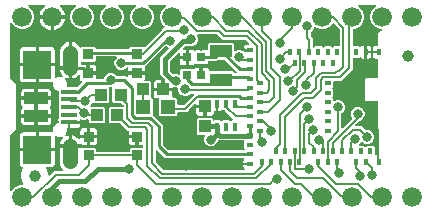
<source format=gbr>
G04 EAGLE Gerber RS-274X export*
G75*
%MOMM*%
%FSLAX34Y34*%
%LPD*%
%INTop Copper*%
%IPPOS*%
%AMOC8*
5,1,8,0,0,1.08239X$1,22.5*%
G01*
%ADD10R,0.900000X0.900000*%
%ADD11R,2.413000X2.413000*%
%ADD12C,1.308000*%
%ADD13R,1.350000X0.400000*%
%ADD14R,2.000000X1.000000*%
%ADD15R,1.200000X1.200000*%
%ADD16R,0.400000X0.600000*%
%ADD17R,0.600000X0.400000*%
%ADD18R,1.000000X1.075000*%
%ADD19R,1.075000X1.000000*%
%ADD20C,1.000000*%
%ADD21C,1.676400*%
%ADD22R,0.350000X0.700000*%
%ADD23R,1.900000X1.100000*%
%ADD24R,0.800000X0.800000*%
%ADD25C,0.800100*%
%ADD26C,0.203200*%
%ADD27C,0.254000*%
%ADD28C,0.406400*%
%ADD29C,0.127000*%
%ADD30C,0.152400*%

G36*
X3316Y17794D02*
X3316Y17794D01*
X3341Y17791D01*
X3437Y17812D01*
X3533Y17826D01*
X3556Y17838D01*
X3582Y17844D01*
X3665Y17894D01*
X3752Y17938D01*
X3771Y17956D01*
X3793Y17970D01*
X3856Y18044D01*
X3924Y18113D01*
X3940Y18142D01*
X3953Y18157D01*
X3965Y18187D01*
X4005Y18260D01*
X4086Y18456D01*
X6944Y21314D01*
X10679Y22861D01*
X12851Y22861D01*
X12922Y22872D01*
X12994Y22874D01*
X13042Y22892D01*
X13094Y22900D01*
X13157Y22934D01*
X13225Y22959D01*
X13265Y22991D01*
X13311Y23016D01*
X13361Y23068D01*
X13417Y23112D01*
X13445Y23156D01*
X13481Y23194D01*
X13511Y23259D01*
X13550Y23319D01*
X13562Y23370D01*
X13584Y23417D01*
X13592Y23488D01*
X13610Y23558D01*
X13606Y23610D01*
X13611Y23661D01*
X13596Y23732D01*
X13590Y23803D01*
X13570Y23851D01*
X13559Y23902D01*
X13522Y23963D01*
X13494Y24029D01*
X13449Y24085D01*
X13433Y24113D01*
X13415Y24128D01*
X13389Y24160D01*
X13344Y24206D01*
X11589Y28442D01*
X11589Y33026D01*
X13367Y37318D01*
X13376Y37357D01*
X13386Y37378D01*
X13388Y37400D01*
X13408Y37451D01*
X13411Y37505D01*
X13423Y37558D01*
X13417Y37627D01*
X13420Y37697D01*
X13405Y37749D01*
X13400Y37803D01*
X13372Y37867D01*
X13353Y37933D01*
X13322Y37978D01*
X13300Y38028D01*
X13253Y38079D01*
X13214Y38136D01*
X13170Y38169D01*
X13134Y38209D01*
X13073Y38242D01*
X13017Y38284D01*
X12947Y38311D01*
X12918Y38327D01*
X12896Y38331D01*
X12861Y38345D01*
X12404Y38467D01*
X11825Y38802D01*
X11352Y39275D01*
X11017Y39854D01*
X10844Y40501D01*
X10844Y51377D01*
X24688Y51377D01*
X24708Y51380D01*
X24727Y51378D01*
X24829Y51400D01*
X24931Y51417D01*
X24948Y51426D01*
X24968Y51430D01*
X25057Y51483D01*
X25148Y51532D01*
X25162Y51546D01*
X25179Y51556D01*
X25246Y51635D01*
X25317Y51710D01*
X25326Y51728D01*
X25339Y51743D01*
X25377Y51839D01*
X25421Y51933D01*
X25423Y51953D01*
X25431Y51971D01*
X25449Y52138D01*
X25449Y52901D01*
X25451Y52901D01*
X25451Y52138D01*
X25454Y52118D01*
X25452Y52099D01*
X25474Y51997D01*
X25491Y51895D01*
X25500Y51878D01*
X25504Y51858D01*
X25557Y51769D01*
X25606Y51678D01*
X25620Y51664D01*
X25630Y51647D01*
X25709Y51580D01*
X25784Y51509D01*
X25802Y51500D01*
X25817Y51487D01*
X25913Y51448D01*
X26007Y51405D01*
X26027Y51403D01*
X26045Y51395D01*
X26212Y51377D01*
X40056Y51377D01*
X40056Y40501D01*
X39883Y39854D01*
X39548Y39275D01*
X39075Y38802D01*
X38496Y38467D01*
X37849Y38294D01*
X33596Y38294D01*
X33551Y38287D01*
X33505Y38289D01*
X33430Y38267D01*
X33353Y38255D01*
X33313Y38233D01*
X33269Y38220D01*
X33205Y38176D01*
X33136Y38139D01*
X33104Y38106D01*
X33067Y38080D01*
X33020Y38017D01*
X32966Y37961D01*
X32947Y37919D01*
X32920Y37883D01*
X32896Y37809D01*
X32863Y37738D01*
X32858Y37692D01*
X32844Y37649D01*
X32844Y37571D01*
X32836Y37494D01*
X32846Y37449D01*
X32846Y37403D01*
X32884Y37271D01*
X32888Y37253D01*
X32891Y37249D01*
X32893Y37242D01*
X34639Y33026D01*
X34639Y31644D01*
X34650Y31573D01*
X34652Y31502D01*
X34670Y31453D01*
X34678Y31401D01*
X34712Y31338D01*
X34737Y31271D01*
X34769Y31230D01*
X34794Y31184D01*
X34846Y31135D01*
X34890Y31079D01*
X34934Y31050D01*
X34972Y31015D01*
X35037Y30984D01*
X35097Y30946D01*
X35148Y30933D01*
X35195Y30911D01*
X35266Y30903D01*
X35336Y30886D01*
X35388Y30890D01*
X35439Y30884D01*
X35510Y30899D01*
X35581Y30905D01*
X35629Y30925D01*
X35680Y30936D01*
X35741Y30973D01*
X35807Y31001D01*
X35863Y31046D01*
X35891Y31062D01*
X35906Y31080D01*
X35938Y31106D01*
X37622Y32790D01*
X39631Y34799D01*
X46791Y34799D01*
X46862Y34810D01*
X46934Y34812D01*
X46983Y34830D01*
X47034Y34838D01*
X47097Y34872D01*
X47165Y34897D01*
X47205Y34929D01*
X47252Y34954D01*
X47301Y35006D01*
X47357Y35050D01*
X47385Y35094D01*
X47421Y35132D01*
X47451Y35197D01*
X47490Y35257D01*
X47503Y35308D01*
X47525Y35355D01*
X47532Y35426D01*
X47550Y35496D01*
X47546Y35548D01*
X47552Y35599D01*
X47536Y35670D01*
X47531Y35741D01*
X47510Y35789D01*
X47499Y35840D01*
X47463Y35901D01*
X47434Y35967D01*
X47390Y36023D01*
X47373Y36051D01*
X47355Y36066D01*
X47330Y36098D01*
X46397Y37031D01*
X45403Y38519D01*
X44718Y40171D01*
X44369Y41926D01*
X44369Y54377D01*
X52688Y54377D01*
X52708Y54380D01*
X52727Y54378D01*
X52829Y54400D01*
X52931Y54417D01*
X52948Y54426D01*
X52968Y54430D01*
X53057Y54483D01*
X53148Y54532D01*
X53162Y54546D01*
X53179Y54556D01*
X53246Y54635D01*
X53317Y54710D01*
X53326Y54728D01*
X53339Y54743D01*
X53377Y54839D01*
X53421Y54933D01*
X53423Y54953D01*
X53431Y54971D01*
X53449Y55138D01*
X53449Y55901D01*
X53451Y55901D01*
X53451Y55138D01*
X53454Y55118D01*
X53452Y55099D01*
X53474Y54997D01*
X53491Y54895D01*
X53500Y54878D01*
X53504Y54858D01*
X53557Y54769D01*
X53606Y54678D01*
X53620Y54664D01*
X53630Y54647D01*
X53709Y54580D01*
X53784Y54509D01*
X53802Y54500D01*
X53817Y54487D01*
X53913Y54448D01*
X54007Y54405D01*
X54027Y54403D01*
X54045Y54395D01*
X54212Y54377D01*
X62706Y54377D01*
X62737Y54347D01*
X62782Y54290D01*
X62826Y54262D01*
X62864Y54227D01*
X62929Y54196D01*
X62989Y54157D01*
X63040Y54145D01*
X63087Y54123D01*
X63158Y54115D01*
X63228Y54097D01*
X63280Y54102D01*
X63331Y54096D01*
X63402Y54111D01*
X63473Y54117D01*
X63521Y54137D01*
X63572Y54148D01*
X63590Y54159D01*
X74145Y54159D01*
X75187Y53117D01*
X75187Y51690D01*
X75190Y51670D01*
X75188Y51651D01*
X75210Y51549D01*
X75226Y51447D01*
X75236Y51430D01*
X75240Y51410D01*
X75293Y51321D01*
X75342Y51230D01*
X75356Y51216D01*
X75366Y51199D01*
X75445Y51132D01*
X75520Y51060D01*
X75538Y51052D01*
X75553Y51039D01*
X75649Y51000D01*
X75743Y50957D01*
X75763Y50955D01*
X75781Y50947D01*
X75948Y50929D01*
X102868Y50929D01*
X102888Y50932D01*
X102907Y50930D01*
X103009Y50952D01*
X103111Y50968D01*
X103128Y50978D01*
X103148Y50982D01*
X103237Y51035D01*
X103328Y51084D01*
X103342Y51098D01*
X103359Y51108D01*
X103426Y51187D01*
X103498Y51262D01*
X103506Y51280D01*
X103519Y51295D01*
X103558Y51391D01*
X103601Y51485D01*
X103603Y51505D01*
X103611Y51523D01*
X103629Y51690D01*
X103629Y53117D01*
X104671Y54159D01*
X114300Y54159D01*
X114320Y54162D01*
X114339Y54160D01*
X114441Y54182D01*
X114543Y54198D01*
X114560Y54208D01*
X114580Y54212D01*
X114669Y54265D01*
X114760Y54314D01*
X114774Y54328D01*
X114791Y54338D01*
X114858Y54417D01*
X114930Y54492D01*
X114938Y54510D01*
X114951Y54525D01*
X114990Y54621D01*
X115033Y54715D01*
X115035Y54735D01*
X115043Y54753D01*
X115061Y54920D01*
X115061Y56078D01*
X115058Y56098D01*
X115060Y56117D01*
X115038Y56218D01*
X115022Y56321D01*
X115012Y56338D01*
X115008Y56358D01*
X114955Y56447D01*
X114906Y56538D01*
X114892Y56552D01*
X114882Y56569D01*
X114803Y56636D01*
X114728Y56708D01*
X114710Y56716D01*
X114695Y56729D01*
X114599Y56768D01*
X114505Y56811D01*
X114485Y56813D01*
X114467Y56821D01*
X114300Y56839D01*
X111431Y56839D01*
X111431Y63118D01*
X111428Y63138D01*
X111430Y63157D01*
X111408Y63259D01*
X111391Y63361D01*
X111382Y63378D01*
X111378Y63398D01*
X111325Y63487D01*
X111276Y63578D01*
X111262Y63592D01*
X111252Y63609D01*
X111173Y63676D01*
X111098Y63747D01*
X111080Y63756D01*
X111065Y63769D01*
X110969Y63808D01*
X110875Y63851D01*
X110855Y63853D01*
X110837Y63861D01*
X110670Y63879D01*
X109907Y63879D01*
X109907Y64642D01*
X109904Y64662D01*
X109906Y64681D01*
X109884Y64783D01*
X109867Y64885D01*
X109858Y64902D01*
X109854Y64922D01*
X109801Y65011D01*
X109752Y65102D01*
X109738Y65116D01*
X109728Y65133D01*
X109649Y65200D01*
X109574Y65271D01*
X109556Y65280D01*
X109541Y65293D01*
X109445Y65332D01*
X109351Y65375D01*
X109331Y65377D01*
X109313Y65385D01*
X109146Y65403D01*
X102867Y65403D01*
X102867Y67818D01*
X102864Y67838D01*
X102866Y67857D01*
X102844Y67959D01*
X102828Y68061D01*
X102818Y68078D01*
X102814Y68098D01*
X102761Y68187D01*
X102712Y68278D01*
X102698Y68292D01*
X102688Y68309D01*
X102609Y68376D01*
X102534Y68448D01*
X102516Y68456D01*
X102501Y68469D01*
X102405Y68508D01*
X102311Y68551D01*
X102291Y68553D01*
X102273Y68561D01*
X102106Y68579D01*
X101979Y68579D01*
X95645Y74913D01*
X95571Y74966D01*
X95502Y75026D01*
X95472Y75038D01*
X95445Y75057D01*
X95358Y75084D01*
X95274Y75118D01*
X95233Y75122D01*
X95210Y75129D01*
X95178Y75128D01*
X95107Y75136D01*
X86843Y75136D01*
X85801Y76178D01*
X85801Y87652D01*
X86843Y88694D01*
X97790Y88694D01*
X97810Y88697D01*
X97829Y88695D01*
X97931Y88717D01*
X98033Y88733D01*
X98050Y88743D01*
X98070Y88747D01*
X98159Y88800D01*
X98250Y88849D01*
X98264Y88863D01*
X98281Y88873D01*
X98348Y88952D01*
X98420Y89027D01*
X98428Y89045D01*
X98441Y89060D01*
X98480Y89156D01*
X98523Y89250D01*
X98525Y89270D01*
X98533Y89288D01*
X98551Y89455D01*
X98551Y89862D01*
X98537Y89952D01*
X98529Y90043D01*
X98517Y90073D01*
X98512Y90105D01*
X98469Y90185D01*
X98433Y90269D01*
X98407Y90301D01*
X98396Y90322D01*
X98373Y90344D01*
X98328Y90400D01*
X96670Y92058D01*
X96596Y92111D01*
X96527Y92171D01*
X96497Y92183D01*
X96470Y92202D01*
X96383Y92229D01*
X96299Y92263D01*
X96258Y92267D01*
X96235Y92274D01*
X96203Y92273D01*
X96132Y92281D01*
X90018Y92281D01*
X88976Y93323D01*
X88976Y104842D01*
X89004Y104881D01*
X89025Y104949D01*
X89056Y105015D01*
X89061Y105066D01*
X89077Y105116D01*
X89075Y105188D01*
X89083Y105259D01*
X89072Y105310D01*
X89070Y105362D01*
X89046Y105429D01*
X89030Y105499D01*
X89004Y105544D01*
X88986Y105593D01*
X88941Y105649D01*
X88904Y105710D01*
X88865Y105744D01*
X88832Y105785D01*
X88772Y105824D01*
X88717Y105870D01*
X88669Y105890D01*
X88625Y105918D01*
X88556Y105935D01*
X88489Y105962D01*
X88418Y105970D01*
X88387Y105978D01*
X88363Y105976D01*
X88322Y105981D01*
X86938Y105981D01*
X86867Y105969D01*
X86795Y105967D01*
X86746Y105949D01*
X86695Y105941D01*
X86631Y105907D01*
X86564Y105883D01*
X86523Y105850D01*
X86477Y105826D01*
X86428Y105774D01*
X86372Y105729D01*
X86344Y105685D01*
X86308Y105648D01*
X86278Y105582D01*
X86239Y105522D01*
X86226Y105472D01*
X86204Y105425D01*
X86197Y105353D01*
X86179Y105284D01*
X86183Y105232D01*
X86177Y105180D01*
X86193Y105110D01*
X86198Y105038D01*
X86219Y104991D01*
X86230Y104940D01*
X86266Y104878D01*
X86284Y104837D01*
X86284Y93323D01*
X85242Y92281D01*
X73018Y92281D01*
X72815Y92484D01*
X72778Y92511D01*
X72747Y92545D01*
X72678Y92583D01*
X72615Y92628D01*
X72572Y92641D01*
X72531Y92664D01*
X72455Y92677D01*
X72380Y92700D01*
X72334Y92699D01*
X72289Y92707D01*
X72212Y92696D01*
X72134Y92694D01*
X72091Y92678D01*
X72046Y92671D01*
X71977Y92636D01*
X71903Y92609D01*
X71868Y92581D01*
X71827Y92560D01*
X71772Y92504D01*
X71711Y92456D01*
X71687Y92417D01*
X71654Y92384D01*
X71588Y92264D01*
X71578Y92249D01*
X71577Y92244D01*
X71574Y92237D01*
X70939Y90706D01*
X70226Y89993D01*
X70184Y89935D01*
X70135Y89883D01*
X70113Y89836D01*
X70083Y89794D01*
X70062Y89725D01*
X70031Y89660D01*
X70026Y89608D01*
X70010Y89558D01*
X70012Y89487D01*
X70004Y89416D01*
X70015Y89365D01*
X70017Y89313D01*
X70041Y89245D01*
X70057Y89175D01*
X70083Y89130D01*
X70101Y89082D01*
X70146Y89026D01*
X70183Y88964D01*
X70222Y88930D01*
X70255Y88890D01*
X70315Y88851D01*
X70370Y88804D01*
X70418Y88785D01*
X70462Y88757D01*
X70531Y88739D01*
X70598Y88712D01*
X70669Y88704D01*
X70700Y88696D01*
X70724Y88698D01*
X70765Y88694D01*
X82067Y88694D01*
X83109Y87652D01*
X83109Y76178D01*
X82067Y75136D01*
X69843Y75136D01*
X68801Y76178D01*
X68801Y78095D01*
X68794Y78140D01*
X68796Y78186D01*
X68774Y78261D01*
X68762Y78338D01*
X68740Y78378D01*
X68727Y78423D01*
X68683Y78487D01*
X68646Y78555D01*
X68613Y78587D01*
X68587Y78625D01*
X68525Y78671D01*
X68468Y78725D01*
X68426Y78744D01*
X68390Y78771D01*
X68316Y78795D01*
X68245Y78828D01*
X68199Y78833D01*
X68156Y78848D01*
X68078Y78847D01*
X68001Y78855D01*
X67956Y78846D01*
X67910Y78845D01*
X67778Y78807D01*
X67760Y78803D01*
X67756Y78801D01*
X67749Y78798D01*
X65920Y78041D01*
X63620Y78041D01*
X62543Y78487D01*
X62499Y78497D01*
X62457Y78517D01*
X62380Y78525D01*
X62304Y78543D01*
X62258Y78539D01*
X62213Y78544D01*
X62136Y78527D01*
X62059Y78520D01*
X62017Y78501D01*
X61972Y78492D01*
X61905Y78452D01*
X61834Y78420D01*
X61800Y78389D01*
X61761Y78365D01*
X61710Y78306D01*
X61653Y78254D01*
X61631Y78213D01*
X61601Y78179D01*
X61572Y78106D01*
X61535Y78038D01*
X61526Y77993D01*
X61509Y77950D01*
X61494Y77814D01*
X61491Y77796D01*
X61492Y77791D01*
X61491Y77784D01*
X61491Y76899D01*
X52438Y76899D01*
X52419Y76896D01*
X52399Y76898D01*
X52297Y76876D01*
X52195Y76860D01*
X52178Y76850D01*
X52158Y76846D01*
X52069Y76793D01*
X51978Y76744D01*
X51964Y76730D01*
X51947Y76720D01*
X51880Y76641D01*
X51809Y76566D01*
X51800Y76548D01*
X51787Y76533D01*
X51749Y76437D01*
X51724Y76384D01*
X51719Y76383D01*
X51702Y76374D01*
X51682Y76370D01*
X51593Y76317D01*
X51502Y76268D01*
X51488Y76254D01*
X51471Y76244D01*
X51404Y76165D01*
X51332Y76090D01*
X51324Y76072D01*
X51311Y76057D01*
X51272Y75960D01*
X51229Y75867D01*
X51227Y75847D01*
X51219Y75829D01*
X51201Y75662D01*
X51201Y71356D01*
X51112Y71336D01*
X51009Y71320D01*
X50992Y71310D01*
X50972Y71306D01*
X50883Y71253D01*
X50792Y71204D01*
X50778Y71190D01*
X50761Y71180D01*
X50694Y71101D01*
X50623Y71026D01*
X50614Y71008D01*
X50601Y70993D01*
X50562Y70897D01*
X50519Y70803D01*
X50517Y70783D01*
X50509Y70765D01*
X50491Y70598D01*
X50491Y68198D01*
X49571Y65978D01*
X49109Y65516D01*
X49065Y65455D01*
X49028Y65416D01*
X49019Y65397D01*
X48990Y65362D01*
X48981Y65337D01*
X48965Y65316D01*
X48937Y65223D01*
X48929Y65203D01*
X48924Y65193D01*
X48924Y65190D01*
X48902Y65132D01*
X48901Y65106D01*
X48893Y65081D01*
X48895Y64984D01*
X48891Y64887D01*
X48899Y64861D01*
X48899Y64835D01*
X48933Y64744D01*
X48960Y64650D01*
X48975Y64629D01*
X48984Y64604D01*
X49045Y64528D01*
X49100Y64448D01*
X49121Y64433D01*
X49137Y64412D01*
X49219Y64360D01*
X49297Y64301D01*
X49322Y64293D01*
X49344Y64279D01*
X49439Y64256D01*
X49531Y64225D01*
X49558Y64226D01*
X49583Y64219D01*
X49680Y64227D01*
X49777Y64228D01*
X49809Y64237D01*
X49828Y64238D01*
X49859Y64251D01*
X49906Y64265D01*
X49915Y64266D01*
X49919Y64269D01*
X49938Y64274D01*
X50801Y64632D01*
X51927Y64856D01*
X51927Y57423D01*
X44494Y57423D01*
X44718Y58549D01*
X45403Y60201D01*
X46397Y61689D01*
X47069Y62361D01*
X47126Y62440D01*
X47188Y62515D01*
X47197Y62540D01*
X47213Y62561D01*
X47241Y62654D01*
X47276Y62745D01*
X47277Y62771D01*
X47285Y62796D01*
X47283Y62893D01*
X47287Y62991D01*
X47279Y63016D01*
X47279Y63042D01*
X47245Y63133D01*
X47218Y63227D01*
X47203Y63248D01*
X47194Y63273D01*
X47133Y63349D01*
X47078Y63429D01*
X47057Y63445D01*
X47041Y63465D01*
X46959Y63518D01*
X46881Y63576D01*
X46856Y63584D01*
X46834Y63598D01*
X46739Y63622D01*
X46647Y63652D01*
X46620Y63652D01*
X46595Y63658D01*
X46498Y63650D01*
X46401Y63650D01*
X46369Y63640D01*
X46350Y63639D01*
X46319Y63626D01*
X46240Y63603D01*
X45652Y63359D01*
X43248Y63359D01*
X41108Y64246D01*
X41064Y64256D01*
X41022Y64276D01*
X40945Y64284D01*
X40869Y64302D01*
X40823Y64298D01*
X40778Y64303D01*
X40701Y64286D01*
X40624Y64279D01*
X40582Y64260D01*
X40537Y64250D01*
X40470Y64210D01*
X40399Y64179D01*
X40365Y64148D01*
X40326Y64124D01*
X40275Y64065D01*
X40218Y64012D01*
X40196Y63972D01*
X40166Y63937D01*
X40137Y63865D01*
X40100Y63797D01*
X40091Y63752D01*
X40074Y63709D01*
X40059Y63573D01*
X40056Y63555D01*
X40057Y63550D01*
X40056Y63542D01*
X40056Y54423D01*
X26973Y54423D01*
X26973Y67506D01*
X37648Y67506D01*
X37668Y67509D01*
X37687Y67507D01*
X37789Y67529D01*
X37891Y67545D01*
X37908Y67555D01*
X37928Y67559D01*
X38017Y67612D01*
X38108Y67661D01*
X38122Y67675D01*
X38139Y67685D01*
X38206Y67764D01*
X38278Y67839D01*
X38286Y67857D01*
X38299Y67872D01*
X38338Y67968D01*
X38381Y68062D01*
X38383Y68082D01*
X38391Y68100D01*
X38409Y68267D01*
X38409Y70602D01*
X39329Y72822D01*
X41028Y74521D01*
X43234Y75435D01*
X43317Y75486D01*
X43403Y75532D01*
X43421Y75550D01*
X43443Y75564D01*
X43505Y75640D01*
X43572Y75710D01*
X43583Y75734D01*
X43600Y75754D01*
X43635Y75845D01*
X43676Y75933D01*
X43679Y75959D01*
X43688Y75983D01*
X43692Y76081D01*
X43703Y76177D01*
X43697Y76203D01*
X43698Y76229D01*
X43671Y76323D01*
X43651Y76418D01*
X43637Y76440D01*
X43630Y76465D01*
X43574Y76545D01*
X43524Y76629D01*
X43505Y76646D01*
X43490Y76667D01*
X43411Y76726D01*
X43338Y76789D01*
X43313Y76799D01*
X43292Y76814D01*
X43200Y76844D01*
X43109Y76881D01*
X43077Y76884D01*
X43058Y76890D01*
X43025Y76890D01*
X42943Y76899D01*
X42909Y76899D01*
X42909Y78234D01*
X43082Y78881D01*
X43417Y79460D01*
X43448Y79491D01*
X43501Y79565D01*
X43561Y79635D01*
X43573Y79665D01*
X43592Y79691D01*
X43619Y79778D01*
X43653Y79863D01*
X43657Y79904D01*
X43664Y79926D01*
X43663Y79958D01*
X43671Y80030D01*
X43671Y85139D01*
X43673Y85140D01*
X43729Y85227D01*
X43790Y85311D01*
X43796Y85330D01*
X43806Y85347D01*
X43832Y85447D01*
X43862Y85546D01*
X43862Y85566D01*
X43866Y85586D01*
X43858Y85689D01*
X43856Y85792D01*
X43849Y85811D01*
X43847Y85831D01*
X43807Y85926D01*
X43771Y86023D01*
X43759Y86039D01*
X43751Y86057D01*
X43671Y86157D01*
X43671Y91639D01*
X43673Y91640D01*
X43730Y91728D01*
X43790Y91811D01*
X43796Y91830D01*
X43806Y91847D01*
X43832Y91948D01*
X43862Y92047D01*
X43862Y92067D01*
X43866Y92086D01*
X43858Y92189D01*
X43856Y92292D01*
X43849Y92311D01*
X43847Y92331D01*
X43807Y92426D01*
X43771Y92523D01*
X43759Y92539D01*
X43751Y92557D01*
X43671Y92657D01*
X43671Y98139D01*
X43673Y98140D01*
X43730Y98228D01*
X43790Y98311D01*
X43796Y98330D01*
X43806Y98347D01*
X43832Y98448D01*
X43862Y98547D01*
X43862Y98567D01*
X43866Y98586D01*
X43858Y98689D01*
X43856Y98792D01*
X43849Y98811D01*
X43847Y98831D01*
X43807Y98926D01*
X43771Y99023D01*
X43759Y99039D01*
X43751Y99057D01*
X43671Y99157D01*
X43671Y101675D01*
X43652Y101790D01*
X43635Y101906D01*
X43633Y101912D01*
X43632Y101918D01*
X43577Y102021D01*
X43524Y102126D01*
X43519Y102130D01*
X43516Y102136D01*
X43432Y102215D01*
X43348Y102298D01*
X43342Y102302D01*
X43338Y102305D01*
X43321Y102313D01*
X43201Y102379D01*
X41028Y103279D01*
X39329Y104978D01*
X38409Y107198D01*
X38409Y109533D01*
X38406Y109553D01*
X38408Y109572D01*
X38386Y109674D01*
X38370Y109776D01*
X38360Y109793D01*
X38356Y109813D01*
X38303Y109902D01*
X38254Y109993D01*
X38240Y110007D01*
X38230Y110024D01*
X38151Y110091D01*
X38076Y110163D01*
X38058Y110171D01*
X38043Y110184D01*
X37947Y110223D01*
X37853Y110266D01*
X37833Y110268D01*
X37815Y110276D01*
X37648Y110294D01*
X26973Y110294D01*
X26973Y123377D01*
X40056Y123377D01*
X40056Y114258D01*
X40063Y114212D01*
X40061Y114166D01*
X40083Y114092D01*
X40095Y114015D01*
X40117Y113974D01*
X40130Y113930D01*
X40174Y113866D01*
X40211Y113797D01*
X40244Y113766D01*
X40270Y113728D01*
X40332Y113682D01*
X40389Y113628D01*
X40431Y113609D01*
X40467Y113581D01*
X40541Y113557D01*
X40612Y113524D01*
X40658Y113519D01*
X40701Y113505D01*
X40779Y113506D01*
X40856Y113497D01*
X40901Y113507D01*
X40947Y113508D01*
X41079Y113546D01*
X41097Y113550D01*
X41101Y113552D01*
X41108Y113554D01*
X43248Y114441D01*
X45652Y114441D01*
X46240Y114197D01*
X46334Y114175D01*
X46427Y114146D01*
X46454Y114147D01*
X46479Y114141D01*
X46576Y114150D01*
X46673Y114153D01*
X46698Y114162D01*
X46724Y114164D01*
X46813Y114204D01*
X46904Y114237D01*
X46925Y114253D01*
X46949Y114264D01*
X47020Y114330D01*
X47096Y114391D01*
X47110Y114413D01*
X47130Y114431D01*
X47177Y114516D01*
X47229Y114598D01*
X47236Y114623D01*
X47248Y114646D01*
X47266Y114742D01*
X47289Y114836D01*
X47287Y114862D01*
X47292Y114888D01*
X47278Y114985D01*
X47270Y115081D01*
X47260Y115106D01*
X47256Y115131D01*
X47212Y115218D01*
X47174Y115308D01*
X47154Y115333D01*
X47145Y115351D01*
X47121Y115374D01*
X47069Y115439D01*
X46397Y116111D01*
X45403Y117599D01*
X44718Y119251D01*
X44494Y120377D01*
X51927Y120377D01*
X51927Y112944D01*
X50801Y113168D01*
X49938Y113526D01*
X49844Y113548D01*
X49751Y113577D01*
X49724Y113576D01*
X49699Y113582D01*
X49602Y113573D01*
X49505Y113570D01*
X49480Y113561D01*
X49454Y113559D01*
X49365Y113519D01*
X49274Y113486D01*
X49253Y113469D01*
X49229Y113459D01*
X49158Y113393D01*
X49082Y113332D01*
X49068Y113310D01*
X49048Y113292D01*
X49001Y113207D01*
X48949Y113125D01*
X48942Y113100D01*
X48930Y113077D01*
X48912Y112981D01*
X48889Y112887D01*
X48891Y112861D01*
X48886Y112835D01*
X48900Y112738D01*
X48908Y112641D01*
X48918Y112617D01*
X48922Y112591D01*
X48966Y112505D01*
X49004Y112415D01*
X49024Y112390D01*
X49033Y112372D01*
X49057Y112349D01*
X49109Y112284D01*
X49571Y111822D01*
X50491Y109602D01*
X50491Y107198D01*
X50297Y106731D01*
X50287Y106687D01*
X50267Y106645D01*
X50259Y106568D01*
X50241Y106492D01*
X50245Y106446D01*
X50240Y106401D01*
X50257Y106324D01*
X50264Y106247D01*
X50283Y106205D01*
X50293Y106160D01*
X50333Y106093D01*
X50364Y106022D01*
X50395Y105988D01*
X50419Y105949D01*
X50478Y105898D01*
X50531Y105841D01*
X50571Y105819D01*
X50606Y105789D01*
X50678Y105760D01*
X50746Y105723D01*
X50791Y105714D01*
X50834Y105697D01*
X50970Y105682D01*
X50988Y105679D01*
X50993Y105680D01*
X51001Y105679D01*
X58613Y105679D01*
X58703Y105693D01*
X58794Y105701D01*
X58823Y105713D01*
X58855Y105718D01*
X58936Y105761D01*
X59020Y105797D01*
X59052Y105823D01*
X59073Y105834D01*
X59095Y105857D01*
X59151Y105902D01*
X62974Y109724D01*
X63042Y109820D01*
X63114Y109917D01*
X63115Y109921D01*
X63117Y109924D01*
X63152Y110036D01*
X63188Y110151D01*
X63188Y110155D01*
X63190Y110159D01*
X63187Y110276D01*
X63185Y110397D01*
X63183Y110401D01*
X63183Y110405D01*
X63142Y110517D01*
X63103Y110629D01*
X63100Y110632D01*
X63099Y110636D01*
X63024Y110729D01*
X62951Y110823D01*
X62947Y110826D01*
X62945Y110828D01*
X62933Y110836D01*
X62816Y110922D01*
X62340Y111197D01*
X61867Y111670D01*
X61532Y112249D01*
X61359Y112896D01*
X61359Y115129D01*
X61348Y115200D01*
X61346Y115272D01*
X61328Y115321D01*
X61320Y115372D01*
X61286Y115435D01*
X61261Y115503D01*
X61229Y115544D01*
X61204Y115589D01*
X61153Y115639D01*
X61108Y115695D01*
X61064Y115723D01*
X61026Y115759D01*
X60961Y115789D01*
X60901Y115828D01*
X60850Y115841D01*
X60803Y115862D01*
X60732Y115870D01*
X60662Y115888D01*
X60610Y115884D01*
X60559Y115890D01*
X60488Y115874D01*
X60417Y115869D01*
X60369Y115848D01*
X60318Y115837D01*
X60257Y115800D01*
X60191Y115772D01*
X60135Y115728D01*
X60107Y115711D01*
X60092Y115693D01*
X60060Y115668D01*
X59239Y114847D01*
X57751Y113853D01*
X56099Y113168D01*
X54973Y112944D01*
X54973Y121138D01*
X54970Y121158D01*
X54972Y121177D01*
X54950Y121279D01*
X54933Y121381D01*
X54924Y121398D01*
X54920Y121418D01*
X54867Y121507D01*
X54818Y121598D01*
X54804Y121612D01*
X54794Y121629D01*
X54715Y121696D01*
X54640Y121767D01*
X54622Y121776D01*
X54607Y121789D01*
X54511Y121827D01*
X54417Y121871D01*
X54397Y121873D01*
X54379Y121881D01*
X54212Y121899D01*
X53449Y121899D01*
X53449Y121901D01*
X54212Y121901D01*
X54232Y121904D01*
X54251Y121902D01*
X54353Y121924D01*
X54455Y121941D01*
X54472Y121950D01*
X54492Y121954D01*
X54581Y122007D01*
X54672Y122056D01*
X54686Y122070D01*
X54703Y122080D01*
X54770Y122159D01*
X54841Y122234D01*
X54850Y122252D01*
X54863Y122267D01*
X54902Y122363D01*
X54945Y122457D01*
X54947Y122477D01*
X54955Y122495D01*
X54973Y122662D01*
X54973Y143936D01*
X56099Y143712D01*
X57751Y143027D01*
X59239Y142033D01*
X60503Y140769D01*
X61358Y139490D01*
X61422Y139421D01*
X61481Y139347D01*
X61506Y139332D01*
X61526Y139310D01*
X61609Y139265D01*
X61688Y139214D01*
X61717Y139207D01*
X61742Y139193D01*
X61835Y139177D01*
X61927Y139154D01*
X61956Y139157D01*
X61985Y139152D01*
X62078Y139166D01*
X62172Y139173D01*
X62199Y139185D01*
X62228Y139189D01*
X62312Y139233D01*
X62398Y139270D01*
X62427Y139293D01*
X62446Y139303D01*
X62469Y139326D01*
X62529Y139375D01*
X63163Y140009D01*
X73637Y140009D01*
X74696Y138949D01*
X74702Y138923D01*
X74718Y138821D01*
X74728Y138804D01*
X74732Y138784D01*
X74785Y138695D01*
X74834Y138604D01*
X74848Y138590D01*
X74858Y138573D01*
X74937Y138506D01*
X75012Y138434D01*
X75030Y138426D01*
X75045Y138413D01*
X75141Y138374D01*
X75235Y138331D01*
X75255Y138329D01*
X75273Y138321D01*
X75440Y138303D01*
X102360Y138303D01*
X102380Y138306D01*
X102399Y138304D01*
X102501Y138326D01*
X102603Y138342D01*
X102620Y138352D01*
X102640Y138356D01*
X102729Y138409D01*
X102820Y138458D01*
X102834Y138472D01*
X102851Y138482D01*
X102918Y138561D01*
X102990Y138636D01*
X102998Y138654D01*
X103011Y138669D01*
X103050Y138765D01*
X103093Y138859D01*
X103095Y138879D01*
X103103Y138897D01*
X103109Y138955D01*
X104163Y140009D01*
X114637Y140009D01*
X115131Y139515D01*
X115147Y139503D01*
X115159Y139488D01*
X115247Y139431D01*
X115330Y139371D01*
X115349Y139365D01*
X115366Y139355D01*
X115467Y139329D01*
X115566Y139299D01*
X115585Y139299D01*
X115605Y139295D01*
X115708Y139303D01*
X115811Y139305D01*
X115830Y139312D01*
X115850Y139314D01*
X115945Y139354D01*
X116042Y139390D01*
X116058Y139402D01*
X116076Y139410D01*
X116207Y139515D01*
X130894Y154202D01*
X133023Y156331D01*
X133035Y156347D01*
X133050Y156359D01*
X133106Y156447D01*
X133167Y156530D01*
X133173Y156549D01*
X133183Y156566D01*
X133209Y156667D01*
X133239Y156766D01*
X133239Y156786D01*
X133243Y156805D01*
X133235Y156908D01*
X133233Y157011D01*
X133226Y157030D01*
X133224Y157050D01*
X133184Y157145D01*
X133148Y157242D01*
X133136Y157258D01*
X133128Y157276D01*
X133023Y157407D01*
X131086Y159344D01*
X129539Y163079D01*
X129539Y167121D01*
X131086Y170856D01*
X133944Y173714D01*
X134140Y173795D01*
X134222Y173846D01*
X134308Y173892D01*
X134326Y173911D01*
X134349Y173924D01*
X134411Y173999D01*
X134478Y174070D01*
X134489Y174094D01*
X134506Y174114D01*
X134540Y174205D01*
X134581Y174293D01*
X134584Y174319D01*
X134594Y174343D01*
X134598Y174441D01*
X134609Y174537D01*
X134603Y174563D01*
X134604Y174589D01*
X134577Y174683D01*
X134556Y174778D01*
X134543Y174800D01*
X134536Y174825D01*
X134480Y174905D01*
X134430Y174989D01*
X134410Y175006D01*
X134395Y175027D01*
X134317Y175086D01*
X134243Y175149D01*
X134219Y175159D01*
X134198Y175174D01*
X134106Y175204D01*
X134015Y175241D01*
X133983Y175244D01*
X133964Y175250D01*
X133931Y175250D01*
X133848Y175259D01*
X120152Y175259D01*
X120056Y175244D01*
X119959Y175234D01*
X119935Y175224D01*
X119909Y175220D01*
X119823Y175174D01*
X119734Y175134D01*
X119715Y175117D01*
X119692Y175104D01*
X119625Y175034D01*
X119553Y174968D01*
X119540Y174945D01*
X119522Y174926D01*
X119481Y174838D01*
X119434Y174752D01*
X119430Y174727D01*
X119419Y174703D01*
X119408Y174606D01*
X119390Y174510D01*
X119394Y174484D01*
X119391Y174459D01*
X119412Y174363D01*
X119426Y174267D01*
X119438Y174244D01*
X119444Y174218D01*
X119494Y174135D01*
X119538Y174048D01*
X119556Y174029D01*
X119570Y174007D01*
X119644Y173944D01*
X119713Y173876D01*
X119742Y173860D01*
X119757Y173847D01*
X119787Y173835D01*
X119860Y173795D01*
X120056Y173714D01*
X122914Y170856D01*
X124461Y167121D01*
X124461Y163079D01*
X122914Y159344D01*
X120056Y156486D01*
X116321Y154939D01*
X112279Y154939D01*
X108544Y156486D01*
X105686Y159344D01*
X104139Y163079D01*
X104139Y167121D01*
X105686Y170856D01*
X108544Y173714D01*
X108740Y173795D01*
X108822Y173846D01*
X108908Y173892D01*
X108926Y173911D01*
X108949Y173924D01*
X109011Y173999D01*
X109078Y174070D01*
X109089Y174094D01*
X109106Y174114D01*
X109140Y174205D01*
X109181Y174293D01*
X109184Y174319D01*
X109194Y174343D01*
X109198Y174441D01*
X109209Y174537D01*
X109203Y174563D01*
X109204Y174589D01*
X109177Y174683D01*
X109156Y174778D01*
X109143Y174800D01*
X109136Y174825D01*
X109080Y174905D01*
X109030Y174989D01*
X109010Y175006D01*
X108995Y175027D01*
X108917Y175086D01*
X108843Y175149D01*
X108819Y175159D01*
X108798Y175174D01*
X108706Y175204D01*
X108615Y175241D01*
X108583Y175244D01*
X108564Y175250D01*
X108531Y175250D01*
X108448Y175259D01*
X94752Y175259D01*
X94656Y175244D01*
X94559Y175234D01*
X94535Y175224D01*
X94509Y175220D01*
X94423Y175174D01*
X94334Y175134D01*
X94315Y175117D01*
X94292Y175104D01*
X94225Y175034D01*
X94153Y174968D01*
X94140Y174945D01*
X94122Y174926D01*
X94081Y174838D01*
X94034Y174752D01*
X94030Y174727D01*
X94019Y174703D01*
X94008Y174606D01*
X93990Y174510D01*
X93994Y174484D01*
X93991Y174459D01*
X94012Y174363D01*
X94026Y174267D01*
X94038Y174244D01*
X94044Y174218D01*
X94094Y174135D01*
X94138Y174048D01*
X94156Y174029D01*
X94170Y174007D01*
X94244Y173944D01*
X94313Y173876D01*
X94342Y173860D01*
X94357Y173847D01*
X94387Y173835D01*
X94460Y173795D01*
X94656Y173714D01*
X97514Y170856D01*
X99061Y167121D01*
X99061Y163079D01*
X97514Y159344D01*
X94656Y156486D01*
X90921Y154939D01*
X86879Y154939D01*
X83144Y156486D01*
X80286Y159344D01*
X78739Y163079D01*
X78739Y167121D01*
X80286Y170856D01*
X83144Y173714D01*
X83340Y173795D01*
X83422Y173846D01*
X83508Y173892D01*
X83526Y173911D01*
X83549Y173924D01*
X83611Y173999D01*
X83678Y174070D01*
X83689Y174094D01*
X83706Y174114D01*
X83740Y174205D01*
X83781Y174293D01*
X83784Y174319D01*
X83794Y174343D01*
X83798Y174441D01*
X83809Y174537D01*
X83803Y174563D01*
X83804Y174589D01*
X83777Y174683D01*
X83756Y174778D01*
X83743Y174800D01*
X83736Y174825D01*
X83680Y174905D01*
X83630Y174989D01*
X83610Y175006D01*
X83595Y175027D01*
X83517Y175086D01*
X83443Y175149D01*
X83419Y175159D01*
X83398Y175174D01*
X83306Y175204D01*
X83215Y175241D01*
X83183Y175244D01*
X83164Y175250D01*
X83131Y175250D01*
X83048Y175259D01*
X69352Y175259D01*
X69256Y175244D01*
X69159Y175234D01*
X69135Y175224D01*
X69109Y175220D01*
X69023Y175174D01*
X68934Y175134D01*
X68915Y175117D01*
X68892Y175104D01*
X68825Y175034D01*
X68753Y174968D01*
X68740Y174945D01*
X68722Y174926D01*
X68681Y174838D01*
X68634Y174752D01*
X68630Y174727D01*
X68619Y174703D01*
X68608Y174606D01*
X68590Y174510D01*
X68594Y174484D01*
X68591Y174459D01*
X68612Y174363D01*
X68626Y174267D01*
X68638Y174244D01*
X68644Y174218D01*
X68694Y174135D01*
X68738Y174048D01*
X68756Y174029D01*
X68770Y174007D01*
X68844Y173944D01*
X68913Y173876D01*
X68942Y173860D01*
X68957Y173847D01*
X68987Y173835D01*
X69060Y173795D01*
X69256Y173714D01*
X72114Y170856D01*
X73661Y167121D01*
X73661Y163079D01*
X72114Y159344D01*
X69256Y156486D01*
X65521Y154939D01*
X61479Y154939D01*
X57744Y156486D01*
X54886Y159344D01*
X53339Y163079D01*
X53339Y167121D01*
X54886Y170856D01*
X57744Y173714D01*
X57940Y173795D01*
X58022Y173846D01*
X58108Y173892D01*
X58126Y173911D01*
X58149Y173924D01*
X58211Y173999D01*
X58278Y174070D01*
X58289Y174094D01*
X58306Y174114D01*
X58340Y174205D01*
X58381Y174293D01*
X58384Y174319D01*
X58394Y174343D01*
X58398Y174441D01*
X58409Y174537D01*
X58403Y174563D01*
X58404Y174589D01*
X58377Y174683D01*
X58356Y174778D01*
X58343Y174800D01*
X58336Y174825D01*
X58280Y174905D01*
X58230Y174989D01*
X58210Y175006D01*
X58195Y175027D01*
X58117Y175086D01*
X58043Y175149D01*
X58019Y175159D01*
X57998Y175174D01*
X57906Y175204D01*
X57815Y175241D01*
X57783Y175244D01*
X57764Y175250D01*
X57731Y175250D01*
X57648Y175259D01*
X45043Y175259D01*
X45035Y175258D01*
X45027Y175259D01*
X44913Y175238D01*
X44800Y175220D01*
X44793Y175216D01*
X44785Y175214D01*
X44684Y175158D01*
X44583Y175104D01*
X44577Y175099D01*
X44570Y175095D01*
X44492Y175010D01*
X44413Y174926D01*
X44410Y174919D01*
X44404Y174913D01*
X44358Y174808D01*
X44310Y174703D01*
X44309Y174695D01*
X44305Y174688D01*
X44295Y174573D01*
X44282Y174459D01*
X44284Y174451D01*
X44283Y174443D01*
X44310Y174330D01*
X44335Y174218D01*
X44339Y174211D01*
X44341Y174204D01*
X44402Y174106D01*
X44461Y174007D01*
X44467Y174002D01*
X44471Y173995D01*
X44595Y173882D01*
X45216Y173431D01*
X46431Y172216D01*
X47442Y170825D01*
X48222Y169293D01*
X48754Y167658D01*
X48918Y166623D01*
X38862Y166623D01*
X38842Y166620D01*
X38823Y166622D01*
X38721Y166600D01*
X38619Y166583D01*
X38602Y166574D01*
X38582Y166570D01*
X38493Y166517D01*
X38402Y166468D01*
X38388Y166454D01*
X38371Y166444D01*
X38304Y166365D01*
X38233Y166290D01*
X38224Y166272D01*
X38211Y166257D01*
X38173Y166161D01*
X38129Y166067D01*
X38127Y166047D01*
X38119Y166029D01*
X38101Y165862D01*
X38101Y165099D01*
X38099Y165099D01*
X38099Y165862D01*
X38096Y165882D01*
X38098Y165901D01*
X38076Y166003D01*
X38059Y166105D01*
X38050Y166122D01*
X38046Y166142D01*
X37993Y166231D01*
X37944Y166322D01*
X37930Y166336D01*
X37920Y166353D01*
X37841Y166420D01*
X37766Y166491D01*
X37748Y166500D01*
X37733Y166513D01*
X37637Y166552D01*
X37543Y166595D01*
X37523Y166597D01*
X37505Y166605D01*
X37338Y166623D01*
X27282Y166623D01*
X27446Y167658D01*
X27978Y169293D01*
X28758Y170825D01*
X29769Y172216D01*
X30984Y173431D01*
X31605Y173882D01*
X31610Y173888D01*
X31617Y173892D01*
X31696Y173975D01*
X31778Y174057D01*
X31781Y174064D01*
X31787Y174070D01*
X31835Y174174D01*
X31886Y174278D01*
X31887Y174286D01*
X31890Y174293D01*
X31903Y174407D01*
X31918Y174522D01*
X31917Y174530D01*
X31918Y174537D01*
X31893Y174650D01*
X31871Y174763D01*
X31867Y174770D01*
X31865Y174778D01*
X31806Y174877D01*
X31749Y174977D01*
X31743Y174982D01*
X31739Y174989D01*
X31652Y175064D01*
X31566Y175141D01*
X31558Y175144D01*
X31552Y175149D01*
X31445Y175192D01*
X31339Y175237D01*
X31331Y175238D01*
X31324Y175241D01*
X31157Y175259D01*
X18552Y175259D01*
X18456Y175244D01*
X18359Y175234D01*
X18335Y175224D01*
X18309Y175220D01*
X18223Y175174D01*
X18134Y175134D01*
X18115Y175117D01*
X18092Y175104D01*
X18025Y175034D01*
X17953Y174968D01*
X17940Y174945D01*
X17922Y174926D01*
X17881Y174838D01*
X17834Y174752D01*
X17830Y174727D01*
X17819Y174703D01*
X17808Y174606D01*
X17790Y174510D01*
X17794Y174484D01*
X17791Y174459D01*
X17812Y174363D01*
X17826Y174267D01*
X17838Y174244D01*
X17844Y174218D01*
X17894Y174135D01*
X17938Y174048D01*
X17956Y174029D01*
X17970Y174007D01*
X18044Y173944D01*
X18113Y173876D01*
X18142Y173860D01*
X18157Y173847D01*
X18187Y173835D01*
X18260Y173795D01*
X18456Y173714D01*
X21314Y170856D01*
X22861Y167121D01*
X22861Y163079D01*
X21314Y159344D01*
X18456Y156486D01*
X14721Y154939D01*
X10679Y154939D01*
X6944Y156486D01*
X4086Y159344D01*
X4005Y159540D01*
X3954Y159622D01*
X3908Y159708D01*
X3889Y159726D01*
X3876Y159749D01*
X3801Y159811D01*
X3730Y159878D01*
X3706Y159889D01*
X3686Y159906D01*
X3595Y159940D01*
X3507Y159981D01*
X3481Y159984D01*
X3457Y159994D01*
X3359Y159998D01*
X3263Y160009D01*
X3237Y160003D01*
X3211Y160004D01*
X3117Y159977D01*
X3022Y159956D01*
X3000Y159943D01*
X2975Y159936D01*
X2895Y159880D01*
X2811Y159830D01*
X2794Y159810D01*
X2773Y159795D01*
X2714Y159717D01*
X2651Y159643D01*
X2641Y159619D01*
X2626Y159598D01*
X2596Y159506D01*
X2559Y159415D01*
X2556Y159383D01*
X2550Y159364D01*
X2550Y159331D01*
X2541Y159248D01*
X2541Y113128D01*
X2555Y113038D01*
X2563Y112947D01*
X2575Y112917D01*
X2580Y112885D01*
X2623Y112804D01*
X2659Y112720D01*
X2685Y112688D01*
X2696Y112668D01*
X2719Y112645D01*
X2764Y112589D01*
X7621Y107732D01*
X7621Y70068D01*
X2764Y65211D01*
X2711Y65137D01*
X2651Y65067D01*
X2639Y65037D01*
X2620Y65011D01*
X2593Y64924D01*
X2559Y64839D01*
X2555Y64798D01*
X2548Y64776D01*
X2549Y64744D01*
X2541Y64672D01*
X2541Y18552D01*
X2556Y18456D01*
X2566Y18359D01*
X2576Y18335D01*
X2580Y18309D01*
X2626Y18223D01*
X2666Y18134D01*
X2683Y18115D01*
X2696Y18092D01*
X2766Y18025D01*
X2832Y17953D01*
X2855Y17940D01*
X2874Y17922D01*
X2962Y17881D01*
X3048Y17834D01*
X3073Y17830D01*
X3097Y17819D01*
X3194Y17808D01*
X3290Y17790D01*
X3316Y17794D01*
G37*
G36*
X200775Y52214D02*
X200775Y52214D01*
X200846Y52216D01*
X200895Y52234D01*
X200947Y52242D01*
X201010Y52276D01*
X201077Y52301D01*
X201118Y52333D01*
X201164Y52358D01*
X201213Y52410D01*
X201269Y52454D01*
X201298Y52498D01*
X201333Y52536D01*
X201364Y52601D01*
X201402Y52661D01*
X201415Y52712D01*
X201437Y52759D01*
X201445Y52830D01*
X201462Y52900D01*
X201458Y52952D01*
X201464Y53003D01*
X201449Y53074D01*
X201443Y53145D01*
X201423Y53193D01*
X201412Y53244D01*
X201375Y53305D01*
X201347Y53371D01*
X201302Y53427D01*
X201286Y53455D01*
X201268Y53470D01*
X201242Y53502D01*
X200581Y54163D01*
X200581Y59944D01*
X200578Y59964D01*
X200580Y59983D01*
X200558Y60085D01*
X200542Y60187D01*
X200532Y60204D01*
X200528Y60224D01*
X200475Y60313D01*
X200426Y60404D01*
X200412Y60418D01*
X200402Y60435D01*
X200323Y60502D01*
X200248Y60574D01*
X200230Y60582D01*
X200215Y60595D01*
X200119Y60634D01*
X200025Y60677D01*
X200005Y60679D01*
X199987Y60687D01*
X199820Y60705D01*
X178713Y60705D01*
X178598Y60686D01*
X178482Y60669D01*
X178476Y60667D01*
X178470Y60666D01*
X178367Y60611D01*
X178263Y60558D01*
X178258Y60553D01*
X178253Y60550D01*
X178173Y60466D01*
X178090Y60382D01*
X178087Y60376D01*
X178083Y60372D01*
X178075Y60355D01*
X178009Y60235D01*
X177111Y58067D01*
X175486Y56442D01*
X173362Y55562D01*
X171062Y55562D01*
X168938Y56442D01*
X167313Y58067D01*
X166433Y60191D01*
X166433Y62491D01*
X167190Y64320D01*
X167201Y64364D01*
X167220Y64406D01*
X167229Y64483D01*
X167247Y64559D01*
X167242Y64605D01*
X167247Y64650D01*
X167231Y64727D01*
X167223Y64804D01*
X167205Y64846D01*
X167195Y64891D01*
X167155Y64958D01*
X167123Y65029D01*
X167092Y65063D01*
X167069Y65102D01*
X167010Y65153D01*
X166957Y65210D01*
X166917Y65232D01*
X166882Y65262D01*
X166810Y65291D01*
X166742Y65328D01*
X166696Y65337D01*
X166654Y65354D01*
X166518Y65369D01*
X166500Y65372D01*
X166495Y65371D01*
X166487Y65372D01*
X161522Y65372D01*
X160480Y66414D01*
X160480Y78638D01*
X161522Y79680D01*
X172996Y79680D01*
X174038Y78638D01*
X174038Y78136D01*
X174049Y78065D01*
X174051Y77994D01*
X174069Y77945D01*
X174077Y77893D01*
X174111Y77830D01*
X174136Y77763D01*
X174168Y77722D01*
X174193Y77676D01*
X174244Y77627D01*
X174289Y77571D01*
X174333Y77542D01*
X174371Y77507D01*
X174436Y77476D01*
X174496Y77438D01*
X174547Y77425D01*
X174594Y77403D01*
X174665Y77395D01*
X174735Y77378D01*
X174787Y77382D01*
X174838Y77376D01*
X174909Y77391D01*
X174980Y77397D01*
X175028Y77417D01*
X175079Y77428D01*
X175140Y77465D01*
X175206Y77493D01*
X175262Y77538D01*
X175290Y77554D01*
X175305Y77572D01*
X175337Y77598D01*
X175433Y77694D01*
X180407Y77694D01*
X181132Y76969D01*
X181148Y76957D01*
X181160Y76942D01*
X181248Y76886D01*
X181331Y76825D01*
X181350Y76819D01*
X181367Y76809D01*
X181468Y76783D01*
X181567Y76753D01*
X181586Y76753D01*
X181606Y76749D01*
X181709Y76757D01*
X181812Y76759D01*
X181831Y76766D01*
X181851Y76768D01*
X181946Y76808D01*
X182043Y76844D01*
X182059Y76856D01*
X182077Y76864D01*
X182208Y76969D01*
X182933Y77694D01*
X187907Y77694D01*
X188632Y76969D01*
X188648Y76957D01*
X188660Y76942D01*
X188748Y76886D01*
X188831Y76825D01*
X188850Y76819D01*
X188867Y76809D01*
X188968Y76783D01*
X189067Y76753D01*
X189086Y76753D01*
X189106Y76749D01*
X189209Y76757D01*
X189312Y76759D01*
X189331Y76766D01*
X189351Y76768D01*
X189446Y76808D01*
X189543Y76844D01*
X189559Y76856D01*
X189577Y76864D01*
X189708Y76969D01*
X190433Y77694D01*
X190477Y77694D01*
X190548Y77705D01*
X190619Y77707D01*
X190668Y77725D01*
X190720Y77733D01*
X190783Y77767D01*
X190850Y77792D01*
X190891Y77824D01*
X190937Y77849D01*
X190986Y77901D01*
X191042Y77945D01*
X191071Y77989D01*
X191106Y78027D01*
X191137Y78092D01*
X191175Y78152D01*
X191188Y78203D01*
X191210Y78250D01*
X191218Y78321D01*
X191235Y78391D01*
X191231Y78443D01*
X191237Y78494D01*
X191222Y78565D01*
X191216Y78636D01*
X191196Y78684D01*
X191185Y78735D01*
X191148Y78796D01*
X191120Y78862D01*
X191075Y78918D01*
X191059Y78946D01*
X191041Y78961D01*
X191015Y78993D01*
X184380Y85628D01*
X184095Y85913D01*
X184021Y85966D01*
X183952Y86026D01*
X183922Y86038D01*
X183895Y86057D01*
X183808Y86084D01*
X183724Y86118D01*
X183683Y86122D01*
X183660Y86129D01*
X183628Y86128D01*
X183557Y86136D01*
X182933Y86136D01*
X182747Y86322D01*
X182731Y86334D01*
X182718Y86350D01*
X182631Y86406D01*
X182547Y86466D01*
X182528Y86472D01*
X182512Y86483D01*
X182411Y86508D01*
X182312Y86538D01*
X182292Y86538D01*
X182273Y86543D01*
X182170Y86535D01*
X182066Y86532D01*
X182048Y86525D01*
X182028Y86524D01*
X181933Y86483D01*
X181835Y86447D01*
X181820Y86435D01*
X181802Y86427D01*
X181671Y86322D01*
X181230Y85882D01*
X180651Y85547D01*
X180004Y85374D01*
X178794Y85374D01*
X178794Y91302D01*
X178791Y91321D01*
X178793Y91341D01*
X178771Y91443D01*
X178755Y91545D01*
X178745Y91562D01*
X178741Y91582D01*
X178688Y91671D01*
X178639Y91762D01*
X178625Y91776D01*
X178615Y91793D01*
X178536Y91860D01*
X178461Y91931D01*
X178443Y91940D01*
X178428Y91953D01*
X178332Y91991D01*
X178238Y92035D01*
X178218Y92037D01*
X178200Y92045D01*
X178033Y92063D01*
X177807Y92063D01*
X177787Y92060D01*
X177767Y92062D01*
X177666Y92040D01*
X177564Y92023D01*
X177547Y92014D01*
X177527Y92010D01*
X177438Y91957D01*
X177347Y91908D01*
X177333Y91894D01*
X177316Y91884D01*
X177249Y91805D01*
X177177Y91730D01*
X177169Y91712D01*
X177156Y91697D01*
X177117Y91600D01*
X177074Y91507D01*
X177072Y91487D01*
X177064Y91469D01*
X177046Y91302D01*
X177046Y85374D01*
X175835Y85374D01*
X175758Y85395D01*
X175640Y85407D01*
X175522Y85420D01*
X175517Y85419D01*
X175513Y85419D01*
X175398Y85393D01*
X175281Y85368D01*
X175278Y85366D01*
X175274Y85365D01*
X175172Y85303D01*
X175070Y85242D01*
X175067Y85238D01*
X175064Y85236D01*
X174988Y85145D01*
X174910Y85055D01*
X174909Y85051D01*
X174906Y85048D01*
X174863Y84938D01*
X174818Y84826D01*
X174818Y84822D01*
X174816Y84818D01*
X174816Y84805D01*
X174800Y84660D01*
X174800Y83817D01*
X174627Y83170D01*
X174292Y82591D01*
X173819Y82118D01*
X173240Y81783D01*
X172593Y81610D01*
X168782Y81610D01*
X168782Y88764D01*
X168779Y88784D01*
X168781Y88803D01*
X168759Y88905D01*
X168742Y89007D01*
X168733Y89024D01*
X168729Y89044D01*
X168676Y89133D01*
X168627Y89224D01*
X168613Y89238D01*
X168603Y89255D01*
X168524Y89322D01*
X168449Y89393D01*
X168431Y89402D01*
X168416Y89415D01*
X168320Y89454D01*
X168226Y89497D01*
X168206Y89499D01*
X168188Y89507D01*
X168021Y89525D01*
X167258Y89525D01*
X167258Y90288D01*
X167255Y90308D01*
X167257Y90327D01*
X167235Y90429D01*
X167218Y90531D01*
X167209Y90548D01*
X167205Y90568D01*
X167152Y90657D01*
X167103Y90748D01*
X167089Y90762D01*
X167079Y90779D01*
X167000Y90846D01*
X166925Y90917D01*
X166907Y90926D01*
X166892Y90939D01*
X166796Y90978D01*
X166702Y91021D01*
X166682Y91023D01*
X166664Y91031D01*
X166497Y91049D01*
X159560Y91049D01*
X159511Y91095D01*
X159467Y91151D01*
X159423Y91180D01*
X159385Y91215D01*
X159320Y91246D01*
X159260Y91284D01*
X159209Y91297D01*
X159162Y91319D01*
X159091Y91327D01*
X159021Y91344D01*
X158969Y91340D01*
X158918Y91346D01*
X158847Y91331D01*
X158776Y91325D01*
X158728Y91305D01*
X158677Y91294D01*
X158616Y91257D01*
X158550Y91229D01*
X158494Y91184D01*
X158466Y91168D01*
X158451Y91150D01*
X158419Y91124D01*
X153885Y86590D01*
X151876Y84581D01*
X144770Y84581D01*
X144750Y84578D01*
X144731Y84580D01*
X144629Y84558D01*
X144527Y84542D01*
X144510Y84532D01*
X144490Y84528D01*
X144401Y84475D01*
X144310Y84426D01*
X144296Y84412D01*
X144279Y84402D01*
X144212Y84323D01*
X144140Y84248D01*
X144132Y84230D01*
X144119Y84215D01*
X144080Y84119D01*
X144037Y84025D01*
X144035Y84005D01*
X144027Y83987D01*
X144009Y83820D01*
X144009Y82417D01*
X142967Y81375D01*
X129493Y81375D01*
X128451Y82417D01*
X128451Y95584D01*
X128448Y95604D01*
X128450Y95623D01*
X128428Y95725D01*
X128412Y95827D01*
X128402Y95844D01*
X128398Y95864D01*
X128345Y95953D01*
X128296Y96044D01*
X128282Y96058D01*
X128272Y96075D01*
X128193Y96142D01*
X128118Y96214D01*
X128100Y96222D01*
X128085Y96235D01*
X127989Y96274D01*
X127895Y96317D01*
X127875Y96319D01*
X127857Y96327D01*
X127690Y96345D01*
X126108Y96345D01*
X125461Y96518D01*
X124882Y96853D01*
X124409Y97326D01*
X124074Y97905D01*
X123901Y98552D01*
X123901Y102363D01*
X131055Y102363D01*
X131075Y102366D01*
X131094Y102364D01*
X131196Y102386D01*
X131298Y102403D01*
X131315Y102412D01*
X131335Y102416D01*
X131424Y102469D01*
X131515Y102518D01*
X131529Y102532D01*
X131546Y102542D01*
X131613Y102621D01*
X131684Y102696D01*
X131693Y102714D01*
X131706Y102729D01*
X131744Y102825D01*
X131788Y102919D01*
X131790Y102939D01*
X131798Y102957D01*
X131816Y103124D01*
X131816Y103887D01*
X131818Y103887D01*
X131818Y103124D01*
X131821Y103104D01*
X131819Y103085D01*
X131841Y102983D01*
X131858Y102881D01*
X131867Y102864D01*
X131871Y102844D01*
X131924Y102755D01*
X131973Y102664D01*
X131987Y102650D01*
X131997Y102633D01*
X132076Y102566D01*
X132151Y102495D01*
X132169Y102486D01*
X132184Y102473D01*
X132280Y102434D01*
X132374Y102391D01*
X132394Y102389D01*
X132412Y102381D01*
X132579Y102363D01*
X139733Y102363D01*
X139733Y98552D01*
X139556Y97891D01*
X139544Y97772D01*
X139531Y97655D01*
X139532Y97650D01*
X139531Y97646D01*
X139558Y97531D01*
X139583Y97414D01*
X139585Y97411D01*
X139586Y97407D01*
X139648Y97305D01*
X139709Y97203D01*
X139712Y97200D01*
X139715Y97197D01*
X139805Y97121D01*
X139896Y97043D01*
X139900Y97042D01*
X139903Y97039D01*
X140012Y96996D01*
X140124Y96951D01*
X140129Y96951D01*
X140132Y96949D01*
X140146Y96949D01*
X140291Y96933D01*
X142967Y96933D01*
X144009Y95891D01*
X144009Y91440D01*
X144012Y91420D01*
X144010Y91401D01*
X144032Y91299D01*
X144048Y91197D01*
X144058Y91180D01*
X144062Y91160D01*
X144115Y91071D01*
X144164Y90980D01*
X144178Y90966D01*
X144188Y90949D01*
X144267Y90882D01*
X144342Y90810D01*
X144360Y90802D01*
X144375Y90789D01*
X144471Y90750D01*
X144565Y90707D01*
X144585Y90705D01*
X144603Y90697D01*
X144770Y90679D01*
X149035Y90679D01*
X149125Y90693D01*
X149216Y90701D01*
X149246Y90713D01*
X149278Y90718D01*
X149358Y90761D01*
X149442Y90797D01*
X149474Y90823D01*
X149495Y90834D01*
X149517Y90857D01*
X149573Y90902D01*
X157699Y99028D01*
X157741Y99086D01*
X157790Y99138D01*
X157812Y99185D01*
X157843Y99227D01*
X157864Y99296D01*
X157894Y99361D01*
X157900Y99413D01*
X157915Y99463D01*
X157913Y99534D01*
X157921Y99605D01*
X157910Y99656D01*
X157909Y99708D01*
X157884Y99776D01*
X157869Y99846D01*
X157842Y99891D01*
X157824Y99939D01*
X157779Y99995D01*
X157743Y100057D01*
X157703Y100091D01*
X157671Y100131D01*
X157610Y100170D01*
X157556Y100217D01*
X157507Y100236D01*
X157464Y100264D01*
X157394Y100282D01*
X157328Y100309D01*
X157256Y100317D01*
X157225Y100325D01*
X157202Y100323D01*
X157161Y100327D01*
X154917Y100327D01*
X154827Y100313D01*
X154736Y100305D01*
X154706Y100293D01*
X154674Y100288D01*
X154593Y100245D01*
X154509Y100209D01*
X154477Y100183D01*
X154457Y100172D01*
X154434Y100149D01*
X154378Y100104D01*
X153642Y99368D01*
X151518Y98488D01*
X149218Y98488D01*
X147094Y99368D01*
X145469Y100993D01*
X144589Y103117D01*
X144589Y104725D01*
X144581Y104771D01*
X144583Y104817D01*
X144562Y104891D01*
X144549Y104968D01*
X144527Y105009D01*
X144515Y105053D01*
X144470Y105117D01*
X144434Y105185D01*
X144401Y105217D01*
X144374Y105255D01*
X144312Y105301D01*
X144256Y105355D01*
X144214Y105374D01*
X144177Y105401D01*
X144103Y105425D01*
X144033Y105458D01*
X143987Y105463D01*
X143943Y105477D01*
X143865Y105477D01*
X143788Y105485D01*
X143743Y105475D01*
X143697Y105475D01*
X143689Y105473D01*
X141344Y105473D01*
X140785Y105704D01*
X140741Y105715D01*
X140699Y105734D01*
X140622Y105743D01*
X140546Y105761D01*
X140500Y105756D01*
X140455Y105761D01*
X140378Y105745D01*
X140301Y105737D01*
X140259Y105719D01*
X140214Y105709D01*
X140147Y105669D01*
X140076Y105637D01*
X140042Y105606D01*
X140003Y105583D01*
X139952Y105524D01*
X139895Y105471D01*
X139873Y105431D01*
X139854Y105409D01*
X133340Y105409D01*
X133340Y112183D01*
X133335Y112212D01*
X133337Y112225D01*
X133325Y112280D01*
X133318Y112364D01*
X133306Y112394D01*
X133300Y112426D01*
X133288Y112449D01*
X133285Y112465D01*
X133252Y112519D01*
X133222Y112590D01*
X133196Y112623D01*
X133185Y112643D01*
X133169Y112659D01*
X133158Y112676D01*
X133142Y112690D01*
X133117Y112721D01*
X129539Y116299D01*
X129539Y131224D01*
X136517Y138201D01*
X136544Y138239D01*
X136578Y138270D01*
X136615Y138338D01*
X136661Y138401D01*
X136674Y138445D01*
X136696Y138485D01*
X136710Y138562D01*
X136733Y138636D01*
X136732Y138682D01*
X136740Y138727D01*
X136729Y138804D01*
X136727Y138882D01*
X136711Y138925D01*
X136704Y138971D01*
X136669Y139040D01*
X136642Y139113D01*
X136613Y139149D01*
X136593Y139190D01*
X136537Y139244D01*
X136488Y139305D01*
X136450Y139330D01*
X136417Y139362D01*
X136297Y139428D01*
X136281Y139438D01*
X136277Y139439D01*
X136270Y139443D01*
X134494Y140178D01*
X134381Y140205D01*
X134267Y140234D01*
X134261Y140233D01*
X134255Y140235D01*
X134138Y140224D01*
X134022Y140215D01*
X134016Y140212D01*
X134010Y140212D01*
X133902Y140164D01*
X133796Y140118D01*
X133790Y140114D01*
X133785Y140112D01*
X133771Y140099D01*
X133665Y140013D01*
X118688Y125037D01*
X116664Y123012D01*
X116611Y122938D01*
X116551Y122869D01*
X116539Y122839D01*
X116520Y122813D01*
X116493Y122726D01*
X116459Y122641D01*
X116455Y122600D01*
X116448Y122578D01*
X116449Y122545D01*
X116441Y122474D01*
X116441Y119253D01*
X110162Y119253D01*
X110142Y119250D01*
X110123Y119252D01*
X110021Y119230D01*
X109919Y119213D01*
X109902Y119204D01*
X109882Y119200D01*
X109793Y119147D01*
X109702Y119098D01*
X109688Y119084D01*
X109671Y119074D01*
X109604Y118995D01*
X109533Y118920D01*
X109524Y118902D01*
X109511Y118887D01*
X109472Y118791D01*
X109429Y118697D01*
X109427Y118677D01*
X109419Y118659D01*
X109401Y118492D01*
X109401Y116968D01*
X109404Y116948D01*
X109402Y116929D01*
X109424Y116827D01*
X109441Y116725D01*
X109450Y116708D01*
X109454Y116688D01*
X109507Y116599D01*
X109556Y116508D01*
X109570Y116494D01*
X109580Y116477D01*
X109659Y116410D01*
X109734Y116339D01*
X109752Y116330D01*
X109767Y116317D01*
X109863Y116278D01*
X109957Y116235D01*
X109977Y116233D01*
X109995Y116225D01*
X110162Y116207D01*
X116441Y116207D01*
X116441Y112896D01*
X116268Y112249D01*
X116012Y111807D01*
X115978Y111717D01*
X115938Y111631D01*
X115935Y111603D01*
X115925Y111577D01*
X115921Y111481D01*
X115911Y111387D01*
X115917Y111359D01*
X115916Y111331D01*
X115943Y111239D01*
X115963Y111146D01*
X115978Y111122D01*
X115986Y111095D01*
X116041Y111017D01*
X116089Y110935D01*
X116111Y110917D01*
X116127Y110894D01*
X116204Y110837D01*
X116276Y110775D01*
X116303Y110765D01*
X116325Y110748D01*
X116416Y110719D01*
X116505Y110683D01*
X116540Y110679D01*
X116560Y110673D01*
X116592Y110673D01*
X116671Y110665D01*
X120929Y110665D01*
X121971Y109623D01*
X121971Y98149D01*
X121899Y98077D01*
X121887Y98061D01*
X121872Y98049D01*
X121815Y97961D01*
X121755Y97878D01*
X121749Y97859D01*
X121739Y97842D01*
X121713Y97741D01*
X121683Y97642D01*
X121683Y97623D01*
X121679Y97603D01*
X121687Y97500D01*
X121689Y97397D01*
X121696Y97378D01*
X121698Y97358D01*
X121738Y97263D01*
X121774Y97166D01*
X121786Y97150D01*
X121794Y97132D01*
X121899Y97001D01*
X123009Y95891D01*
X123009Y82891D01*
X123023Y82801D01*
X123031Y82710D01*
X123043Y82681D01*
X123048Y82649D01*
X123091Y82568D01*
X123127Y82484D01*
X123153Y82452D01*
X123164Y82431D01*
X123187Y82409D01*
X123232Y82353D01*
X131573Y74012D01*
X131573Y57563D01*
X131587Y57473D01*
X131595Y57382D01*
X131607Y57353D01*
X131612Y57321D01*
X131655Y57240D01*
X131691Y57156D01*
X131717Y57124D01*
X131728Y57103D01*
X131751Y57081D01*
X131796Y57025D01*
X136395Y52426D01*
X136469Y52373D01*
X136538Y52313D01*
X136569Y52301D01*
X136595Y52282D01*
X136682Y52255D01*
X136767Y52221D01*
X136808Y52217D01*
X136830Y52210D01*
X136862Y52211D01*
X136933Y52203D01*
X200704Y52203D01*
X200775Y52214D01*
G37*
G36*
X311936Y47935D02*
X311936Y47935D01*
X311939Y47935D01*
X311953Y47938D01*
X311971Y47941D01*
X313439Y47941D01*
X313459Y47944D01*
X313478Y47942D01*
X313580Y47964D01*
X313682Y47980D01*
X313699Y47990D01*
X313719Y47994D01*
X313808Y48047D01*
X313899Y48096D01*
X313913Y48110D01*
X313930Y48120D01*
X313997Y48199D01*
X314069Y48274D01*
X314077Y48292D01*
X314090Y48307D01*
X314129Y48403D01*
X314172Y48497D01*
X314174Y48517D01*
X314182Y48535D01*
X314200Y48702D01*
X314200Y93314D01*
X314197Y93334D01*
X314199Y93353D01*
X314177Y93455D01*
X314161Y93557D01*
X314151Y93574D01*
X314147Y93594D01*
X314094Y93683D01*
X314045Y93774D01*
X314031Y93788D01*
X314021Y93805D01*
X313942Y93872D01*
X313867Y93944D01*
X313849Y93952D01*
X313834Y93965D01*
X313738Y94004D01*
X313644Y94047D01*
X313624Y94049D01*
X313606Y94057D01*
X313439Y94075D01*
X308506Y94075D01*
X308416Y94061D01*
X308325Y94053D01*
X308296Y94041D01*
X308264Y94036D01*
X308183Y93993D01*
X308099Y93957D01*
X308067Y93931D01*
X308046Y93920D01*
X308024Y93897D01*
X307997Y93876D01*
X307585Y93876D01*
X307495Y93861D01*
X307404Y93854D01*
X307374Y93841D01*
X307342Y93836D01*
X307261Y93793D01*
X307177Y93758D01*
X307145Y93732D01*
X307125Y93721D01*
X307102Y93697D01*
X307046Y93653D01*
X306992Y93598D01*
X305728Y93598D01*
X305474Y93852D01*
X305400Y93905D01*
X305331Y93965D01*
X305300Y93977D01*
X305274Y93996D01*
X305187Y94023D01*
X305102Y94057D01*
X305062Y94061D01*
X305039Y94068D01*
X305007Y94067D01*
X304936Y94075D01*
X303604Y94075D01*
X302535Y95144D01*
X302535Y112656D01*
X303604Y113725D01*
X313439Y113725D01*
X313459Y113728D01*
X313478Y113726D01*
X313580Y113748D01*
X313682Y113764D01*
X313699Y113774D01*
X313719Y113778D01*
X313808Y113831D01*
X313899Y113880D01*
X313913Y113894D01*
X313930Y113904D01*
X313997Y113983D01*
X314069Y114058D01*
X314077Y114076D01*
X314090Y114091D01*
X314129Y114187D01*
X314172Y114281D01*
X314174Y114301D01*
X314182Y114319D01*
X314200Y114486D01*
X314200Y129098D01*
X314197Y129118D01*
X314199Y129137D01*
X314177Y129239D01*
X314161Y129341D01*
X314151Y129358D01*
X314147Y129378D01*
X314094Y129467D01*
X314045Y129558D01*
X314031Y129572D01*
X314021Y129589D01*
X313942Y129656D01*
X313867Y129728D01*
X313849Y129736D01*
X313834Y129749D01*
X313738Y129788D01*
X313644Y129831D01*
X313624Y129833D01*
X313606Y129841D01*
X313439Y129859D01*
X312026Y129859D01*
X311379Y130032D01*
X310800Y130367D01*
X310327Y130840D01*
X309992Y131419D01*
X309819Y132066D01*
X309819Y134401D01*
X313439Y134401D01*
X313459Y134404D01*
X313478Y134402D01*
X313580Y134424D01*
X313682Y134440D01*
X313699Y134450D01*
X313719Y134454D01*
X313808Y134507D01*
X313899Y134556D01*
X313913Y134570D01*
X313930Y134580D01*
X313997Y134659D01*
X314069Y134734D01*
X314077Y134752D01*
X314090Y134767D01*
X314129Y134863D01*
X314172Y134957D01*
X314174Y134977D01*
X314182Y134995D01*
X314200Y135162D01*
X314200Y135638D01*
X314197Y135658D01*
X314199Y135677D01*
X314177Y135779D01*
X314161Y135881D01*
X314151Y135898D01*
X314147Y135918D01*
X314094Y136007D01*
X314045Y136098D01*
X314031Y136112D01*
X314021Y136129D01*
X313942Y136196D01*
X313867Y136268D01*
X313849Y136276D01*
X313834Y136289D01*
X313738Y136328D01*
X313644Y136371D01*
X313624Y136373D01*
X313606Y136381D01*
X313439Y136399D01*
X309819Y136399D01*
X309819Y138734D01*
X309992Y139381D01*
X310327Y139960D01*
X310800Y140433D01*
X311379Y140768D01*
X312026Y140941D01*
X313439Y140941D01*
X313459Y140944D01*
X313478Y140942D01*
X313580Y140964D01*
X313682Y140980D01*
X313699Y140990D01*
X313719Y140994D01*
X313808Y141047D01*
X313899Y141096D01*
X313913Y141110D01*
X313930Y141120D01*
X313997Y141199D01*
X314069Y141274D01*
X314077Y141292D01*
X314090Y141307D01*
X314129Y141403D01*
X314172Y141497D01*
X314174Y141517D01*
X314182Y141535D01*
X314200Y141702D01*
X314200Y151795D01*
X315465Y153060D01*
X316230Y153060D01*
X316250Y153063D01*
X316269Y153061D01*
X316371Y153083D01*
X316473Y153099D01*
X316490Y153109D01*
X316510Y153113D01*
X316599Y153166D01*
X316690Y153215D01*
X316704Y153229D01*
X316721Y153239D01*
X316788Y153318D01*
X316859Y153393D01*
X316868Y153411D01*
X316881Y153426D01*
X316920Y153522D01*
X316963Y153616D01*
X316965Y153636D01*
X316973Y153654D01*
X316991Y153821D01*
X316991Y154178D01*
X316988Y154198D01*
X316990Y154217D01*
X316968Y154319D01*
X316951Y154421D01*
X316942Y154438D01*
X316938Y154458D01*
X316885Y154547D01*
X316836Y154638D01*
X316822Y154652D01*
X316812Y154669D01*
X316733Y154736D01*
X316658Y154808D01*
X316640Y154816D01*
X316625Y154829D01*
X316529Y154868D01*
X316435Y154911D01*
X316415Y154913D01*
X316397Y154921D01*
X316230Y154939D01*
X315479Y154939D01*
X311744Y156486D01*
X308886Y159344D01*
X307339Y163079D01*
X307339Y167121D01*
X308886Y170856D01*
X311744Y173714D01*
X311940Y173795D01*
X312023Y173846D01*
X312109Y173892D01*
X312126Y173910D01*
X312149Y173924D01*
X312211Y173999D01*
X312278Y174070D01*
X312289Y174094D01*
X312306Y174114D01*
X312341Y174205D01*
X312382Y174293D01*
X312384Y174319D01*
X312394Y174343D01*
X312398Y174441D01*
X312409Y174537D01*
X312403Y174563D01*
X312404Y174589D01*
X312377Y174683D01*
X312356Y174778D01*
X312343Y174800D01*
X312336Y174825D01*
X312280Y174905D01*
X312230Y174989D01*
X312210Y175006D01*
X312195Y175027D01*
X312117Y175085D01*
X312043Y175149D01*
X312019Y175159D01*
X311998Y175174D01*
X311906Y175204D01*
X311815Y175241D01*
X311783Y175244D01*
X311764Y175250D01*
X311731Y175250D01*
X311648Y175259D01*
X297952Y175259D01*
X297856Y175244D01*
X297759Y175234D01*
X297735Y175224D01*
X297709Y175220D01*
X297623Y175174D01*
X297534Y175134D01*
X297515Y175117D01*
X297491Y175104D01*
X297424Y175034D01*
X297353Y174968D01*
X297340Y174945D01*
X297322Y174926D01*
X297281Y174838D01*
X297234Y174752D01*
X297229Y174727D01*
X297218Y174703D01*
X297208Y174606D01*
X297190Y174510D01*
X297194Y174484D01*
X297191Y174459D01*
X297212Y174363D01*
X297226Y174267D01*
X297238Y174244D01*
X297244Y174218D01*
X297294Y174134D01*
X297338Y174048D01*
X297356Y174029D01*
X297370Y174007D01*
X297444Y173944D01*
X297513Y173876D01*
X297542Y173860D01*
X297557Y173847D01*
X297587Y173835D01*
X297660Y173795D01*
X297856Y173714D01*
X300714Y170856D01*
X302261Y167121D01*
X302261Y163079D01*
X300714Y159344D01*
X297856Y156486D01*
X294121Y154939D01*
X293370Y154939D01*
X293350Y154936D01*
X293331Y154938D01*
X293229Y154916D01*
X293127Y154900D01*
X293110Y154890D01*
X293090Y154886D01*
X293001Y154833D01*
X292910Y154784D01*
X292896Y154770D01*
X292879Y154760D01*
X292812Y154681D01*
X292740Y154606D01*
X292732Y154588D01*
X292719Y154573D01*
X292680Y154477D01*
X292637Y154383D01*
X292635Y154363D01*
X292627Y154345D01*
X292609Y154178D01*
X292609Y140940D01*
X292612Y140920D01*
X292610Y140901D01*
X292632Y140799D01*
X292648Y140697D01*
X292658Y140680D01*
X292662Y140660D01*
X292715Y140571D01*
X292764Y140480D01*
X292778Y140466D01*
X292788Y140449D01*
X292867Y140382D01*
X292942Y140310D01*
X292960Y140302D01*
X292975Y140289D01*
X293071Y140250D01*
X293165Y140207D01*
X293185Y140205D01*
X293203Y140197D01*
X293370Y140179D01*
X298097Y140179D01*
X298283Y139993D01*
X298299Y139981D01*
X298312Y139965D01*
X298399Y139909D01*
X298483Y139849D01*
X298502Y139843D01*
X298518Y139832D01*
X298619Y139807D01*
X298718Y139777D01*
X298738Y139777D01*
X298757Y139772D01*
X298860Y139780D01*
X298964Y139783D01*
X298982Y139790D01*
X299002Y139791D01*
X299097Y139832D01*
X299195Y139868D01*
X299210Y139880D01*
X299229Y139888D01*
X299360Y139993D01*
X299800Y140433D01*
X300379Y140768D01*
X301026Y140941D01*
X302361Y140941D01*
X302361Y135638D01*
X302364Y135619D01*
X302362Y135599D01*
X302384Y135497D01*
X302400Y135395D01*
X302401Y135394D01*
X302389Y135367D01*
X302387Y135347D01*
X302379Y135329D01*
X302361Y135162D01*
X302361Y129859D01*
X301026Y129859D01*
X300379Y130032D01*
X299800Y130367D01*
X299360Y130807D01*
X299343Y130819D01*
X299331Y130835D01*
X299244Y130891D01*
X299160Y130951D01*
X299141Y130957D01*
X299124Y130968D01*
X299024Y130993D01*
X298925Y131023D01*
X298905Y131023D01*
X298885Y131028D01*
X298782Y131020D01*
X298679Y131017D01*
X298660Y131010D01*
X298640Y131009D01*
X298545Y130968D01*
X298448Y130932D01*
X298432Y130920D01*
X298414Y130912D01*
X298283Y130807D01*
X298097Y130621D01*
X293370Y130621D01*
X293350Y130618D01*
X293331Y130620D01*
X293229Y130598D01*
X293127Y130582D01*
X293110Y130572D01*
X293090Y130568D01*
X293001Y130515D01*
X292910Y130466D01*
X292896Y130452D01*
X292879Y130442D01*
X292812Y130363D01*
X292740Y130288D01*
X292732Y130270D01*
X292719Y130255D01*
X292680Y130159D01*
X292637Y130065D01*
X292635Y130045D01*
X292627Y130027D01*
X292609Y129860D01*
X292609Y120657D01*
X282905Y110953D01*
X276900Y110953D01*
X276880Y110950D01*
X276861Y110952D01*
X276759Y110930D01*
X276657Y110914D01*
X276640Y110904D01*
X276620Y110900D01*
X276531Y110847D01*
X276440Y110798D01*
X276426Y110784D01*
X276409Y110774D01*
X276342Y110695D01*
X276270Y110620D01*
X276262Y110602D01*
X276249Y110587D01*
X276210Y110491D01*
X276167Y110397D01*
X276165Y110377D01*
X276157Y110359D01*
X276139Y110192D01*
X276139Y106163D01*
X275414Y105438D01*
X275402Y105422D01*
X275387Y105410D01*
X275331Y105322D01*
X275270Y105239D01*
X275264Y105220D01*
X275254Y105203D01*
X275228Y105102D01*
X275198Y105003D01*
X275198Y104984D01*
X275194Y104964D01*
X275202Y104861D01*
X275204Y104758D01*
X275211Y104739D01*
X275213Y104719D01*
X275253Y104624D01*
X275289Y104527D01*
X275301Y104511D01*
X275309Y104493D01*
X275414Y104362D01*
X276139Y103637D01*
X276139Y98163D01*
X275414Y97438D01*
X275402Y97422D01*
X275387Y97410D01*
X275331Y97322D01*
X275270Y97239D01*
X275264Y97220D01*
X275254Y97203D01*
X275228Y97102D01*
X275198Y97003D01*
X275198Y96984D01*
X275194Y96964D01*
X275202Y96861D01*
X275204Y96758D01*
X275211Y96739D01*
X275213Y96719D01*
X275253Y96624D01*
X275289Y96527D01*
X275301Y96511D01*
X275309Y96493D01*
X275414Y96362D01*
X276139Y95637D01*
X276139Y94605D01*
X276146Y94559D01*
X276144Y94513D01*
X276166Y94439D01*
X276178Y94362D01*
X276200Y94321D01*
X276213Y94277D01*
X276257Y94213D01*
X276294Y94145D01*
X276327Y94113D01*
X276353Y94075D01*
X276415Y94029D01*
X276472Y93975D01*
X276514Y93956D01*
X276550Y93928D01*
X276624Y93904D01*
X276695Y93872D01*
X276741Y93866D01*
X276784Y93852D01*
X276862Y93853D01*
X276939Y93844D01*
X276984Y93854D01*
X277030Y93855D01*
X277162Y93893D01*
X277180Y93897D01*
X277184Y93899D01*
X277191Y93901D01*
X278846Y94587D01*
X281145Y94587D01*
X283269Y93707D01*
X284895Y92081D01*
X285775Y89957D01*
X285775Y87658D01*
X284895Y85534D01*
X283269Y83908D01*
X283260Y83904D01*
X283161Y83843D01*
X283061Y83783D01*
X283056Y83778D01*
X283051Y83775D01*
X282977Y83686D01*
X282901Y83596D01*
X282898Y83590D01*
X282894Y83585D01*
X282853Y83477D01*
X282809Y83368D01*
X282808Y83360D01*
X282806Y83356D01*
X282805Y83337D01*
X282790Y83201D01*
X282790Y71918D01*
X282802Y71848D01*
X282804Y71776D01*
X282822Y71727D01*
X282830Y71676D01*
X282863Y71612D01*
X282888Y71545D01*
X282921Y71504D01*
X282945Y71458D01*
X282997Y71409D01*
X283042Y71353D01*
X283086Y71325D01*
X283123Y71289D01*
X283188Y71259D01*
X283249Y71220D01*
X283299Y71207D01*
X283346Y71185D01*
X283418Y71177D01*
X283487Y71160D01*
X283539Y71164D01*
X283591Y71158D01*
X283661Y71173D01*
X283732Y71179D01*
X283780Y71199D01*
X283831Y71210D01*
X283893Y71247D01*
X283959Y71275D01*
X284015Y71320D01*
X284042Y71337D01*
X284058Y71354D01*
X284090Y71380D01*
X291624Y78915D01*
X291666Y78973D01*
X291714Y79024D01*
X291733Y79064D01*
X291762Y79103D01*
X291764Y79109D01*
X291768Y79114D01*
X291790Y79187D01*
X291818Y79247D01*
X291822Y79288D01*
X291838Y79337D01*
X291838Y79343D01*
X291840Y79349D01*
X291838Y79429D01*
X291845Y79491D01*
X291836Y79530D01*
X291836Y79583D01*
X291834Y79590D01*
X291834Y79595D01*
X291827Y79613D01*
X291789Y79744D01*
X290893Y81908D01*
X290893Y84208D01*
X291773Y86332D01*
X293398Y87957D01*
X295522Y88837D01*
X297822Y88837D01*
X299946Y87957D01*
X301571Y86332D01*
X302451Y84208D01*
X302451Y81908D01*
X301571Y79784D01*
X299946Y78159D01*
X298084Y77387D01*
X298028Y77353D01*
X297968Y77327D01*
X297903Y77275D01*
X297875Y77258D01*
X297862Y77243D01*
X297837Y77222D01*
X294813Y74198D01*
X294771Y74140D01*
X294721Y74088D01*
X294699Y74041D01*
X294669Y73999D01*
X294648Y73930D01*
X294618Y73865D01*
X294612Y73813D01*
X294597Y73763D01*
X294599Y73692D01*
X294591Y73621D01*
X294602Y73570D01*
X294603Y73518D01*
X294628Y73450D01*
X294643Y73380D01*
X294670Y73336D01*
X294688Y73287D01*
X294732Y73231D01*
X294769Y73169D01*
X294809Y73135D01*
X294841Y73095D01*
X294902Y73056D01*
X294956Y73009D01*
X295004Y72990D01*
X295048Y72962D01*
X295118Y72944D01*
X295184Y72917D01*
X295256Y72909D01*
X295287Y72901D01*
X295310Y72903D01*
X295351Y72899D01*
X299713Y72899D01*
X301722Y70890D01*
X303109Y69502D01*
X303183Y69449D01*
X303253Y69390D01*
X303283Y69377D01*
X303309Y69359D01*
X303396Y69332D01*
X303481Y69298D01*
X303522Y69293D01*
X303544Y69286D01*
X303576Y69287D01*
X303648Y69279D01*
X305950Y69279D01*
X308074Y68399D01*
X309699Y66774D01*
X310579Y64650D01*
X310579Y62350D01*
X309699Y60226D01*
X308074Y58601D01*
X305950Y57721D01*
X303650Y57721D01*
X301526Y58601D01*
X300823Y59304D01*
X300785Y59331D01*
X300754Y59365D01*
X300686Y59402D01*
X300623Y59448D01*
X300579Y59461D01*
X300539Y59483D01*
X300462Y59497D01*
X300388Y59520D01*
X300342Y59519D01*
X300297Y59527D01*
X300220Y59516D01*
X300142Y59514D01*
X300099Y59498D01*
X300054Y59491D01*
X299984Y59456D01*
X299911Y59429D01*
X299875Y59401D01*
X299834Y59380D01*
X299780Y59324D01*
X299719Y59276D01*
X299694Y59237D01*
X299662Y59204D01*
X299596Y59085D01*
X299586Y59069D01*
X299585Y59064D01*
X299581Y59057D01*
X299539Y58956D01*
X298061Y57478D01*
X298019Y57420D01*
X297970Y57368D01*
X297948Y57321D01*
X297918Y57279D01*
X297897Y57210D01*
X297866Y57145D01*
X297861Y57093D01*
X297845Y57043D01*
X297847Y56972D01*
X297839Y56901D01*
X297850Y56850D01*
X297852Y56798D01*
X297876Y56730D01*
X297892Y56660D01*
X297918Y56615D01*
X297936Y56567D01*
X297981Y56511D01*
X298018Y56449D01*
X298057Y56415D01*
X298090Y56375D01*
X298150Y56336D01*
X298205Y56289D01*
X298253Y56270D01*
X298297Y56242D01*
X298366Y56224D01*
X298433Y56197D01*
X298504Y56189D01*
X298535Y56181D01*
X298559Y56183D01*
X298600Y56179D01*
X302097Y56179D01*
X302822Y55454D01*
X302838Y55442D01*
X302850Y55427D01*
X302938Y55371D01*
X303021Y55310D01*
X303040Y55304D01*
X303057Y55294D01*
X303158Y55268D01*
X303257Y55238D01*
X303276Y55238D01*
X303296Y55234D01*
X303399Y55242D01*
X303502Y55244D01*
X303521Y55251D01*
X303541Y55253D01*
X303636Y55293D01*
X303733Y55329D01*
X303749Y55341D01*
X303767Y55349D01*
X303898Y55454D01*
X304623Y56179D01*
X310097Y56179D01*
X311139Y55137D01*
X311139Y48695D01*
X311158Y48578D01*
X311176Y48460D01*
X311178Y48457D01*
X311178Y48452D01*
X311234Y48347D01*
X311289Y48242D01*
X311292Y48239D01*
X311294Y48235D01*
X311380Y48153D01*
X311465Y48070D01*
X311469Y48069D01*
X311472Y48066D01*
X311580Y48015D01*
X311687Y47964D01*
X311691Y47964D01*
X311695Y47962D01*
X311813Y47949D01*
X311931Y47935D01*
X311936Y47935D01*
G37*
G36*
X164866Y115828D02*
X164866Y115828D01*
X164885Y115826D01*
X164987Y115848D01*
X165089Y115865D01*
X165106Y115874D01*
X165126Y115878D01*
X165215Y115931D01*
X165306Y115980D01*
X165320Y115994D01*
X165337Y116004D01*
X165404Y116083D01*
X165475Y116158D01*
X165484Y116176D01*
X165497Y116191D01*
X165536Y116287D01*
X165579Y116381D01*
X165581Y116401D01*
X165589Y116419D01*
X165607Y116586D01*
X165607Y122365D01*
X168418Y122365D01*
X169065Y122192D01*
X169644Y121857D01*
X170117Y121384D01*
X170452Y120805D01*
X170651Y120062D01*
X170657Y120047D01*
X170664Y120003D01*
X170674Y119986D01*
X170678Y119966D01*
X170731Y119877D01*
X170750Y119842D01*
X170752Y119838D01*
X170753Y119837D01*
X170780Y119786D01*
X170794Y119772D01*
X170804Y119755D01*
X170883Y119688D01*
X170958Y119616D01*
X170976Y119608D01*
X170991Y119595D01*
X171087Y119556D01*
X171181Y119513D01*
X171201Y119511D01*
X171219Y119503D01*
X171386Y119485D01*
X191085Y119485D01*
X192127Y118443D01*
X192127Y118364D01*
X192130Y118344D01*
X192128Y118325D01*
X192150Y118223D01*
X192166Y118121D01*
X192176Y118104D01*
X192180Y118084D01*
X192233Y117995D01*
X192282Y117904D01*
X192296Y117890D01*
X192306Y117873D01*
X192385Y117806D01*
X192460Y117734D01*
X192478Y117726D01*
X192493Y117713D01*
X192589Y117674D01*
X192683Y117631D01*
X192703Y117629D01*
X192721Y117621D01*
X192888Y117603D01*
X193389Y117603D01*
X193459Y117614D01*
X193531Y117616D01*
X193580Y117634D01*
X193631Y117642D01*
X193695Y117676D01*
X193762Y117701D01*
X193803Y117733D01*
X193849Y117758D01*
X193898Y117810D01*
X193954Y117854D01*
X193982Y117898D01*
X194018Y117936D01*
X194048Y118001D01*
X194087Y118061D01*
X194100Y118112D01*
X194122Y118159D01*
X194130Y118230D01*
X194147Y118300D01*
X194143Y118352D01*
X194149Y118403D01*
X194134Y118474D01*
X194128Y118545D01*
X194108Y118593D01*
X194097Y118644D01*
X194060Y118705D01*
X194032Y118771D01*
X193987Y118827D01*
X193970Y118855D01*
X193953Y118870D01*
X193927Y118902D01*
X184125Y128704D01*
X184051Y128757D01*
X183982Y128817D01*
X183951Y128829D01*
X183925Y128848D01*
X183838Y128875D01*
X183753Y128909D01*
X183712Y128913D01*
X183690Y128920D01*
X183658Y128919D01*
X183587Y128927D01*
X178555Y128927D01*
X178465Y128913D01*
X178374Y128905D01*
X178345Y128893D01*
X178313Y128888D01*
X178232Y128845D01*
X178148Y128809D01*
X178116Y128783D01*
X178095Y128772D01*
X178073Y128749D01*
X178017Y128704D01*
X177074Y127761D01*
X170624Y127761D01*
X170604Y127758D01*
X170585Y127760D01*
X170483Y127738D01*
X170381Y127722D01*
X170364Y127712D01*
X170344Y127708D01*
X170255Y127655D01*
X170164Y127606D01*
X170150Y127592D01*
X170133Y127582D01*
X170066Y127503D01*
X169994Y127428D01*
X169986Y127410D01*
X169973Y127395D01*
X169934Y127299D01*
X169891Y127205D01*
X169889Y127185D01*
X169881Y127167D01*
X169863Y127000D01*
X169863Y126327D01*
X168821Y125285D01*
X159341Y125285D01*
X159267Y125333D01*
X159183Y125393D01*
X159164Y125399D01*
X159147Y125410D01*
X159047Y125435D01*
X158948Y125466D01*
X158928Y125465D01*
X158909Y125470D01*
X158806Y125462D01*
X158702Y125459D01*
X158683Y125453D01*
X158663Y125451D01*
X158568Y125411D01*
X158471Y125375D01*
X158455Y125363D01*
X158437Y125355D01*
X158306Y125250D01*
X157960Y124904D01*
X157381Y124569D01*
X156734Y124396D01*
X153923Y124396D01*
X153923Y130175D01*
X153920Y130195D01*
X153922Y130214D01*
X153900Y130316D01*
X153883Y130418D01*
X153874Y130435D01*
X153870Y130455D01*
X153817Y130544D01*
X153768Y130635D01*
X153754Y130649D01*
X153744Y130666D01*
X153665Y130733D01*
X153590Y130804D01*
X153572Y130813D01*
X153557Y130826D01*
X153461Y130865D01*
X153367Y130908D01*
X153347Y130910D01*
X153329Y130918D01*
X153162Y130936D01*
X152399Y130936D01*
X152399Y130938D01*
X153162Y130938D01*
X153182Y130941D01*
X153201Y130939D01*
X153303Y130961D01*
X153405Y130978D01*
X153422Y130987D01*
X153442Y130991D01*
X153531Y131044D01*
X153622Y131093D01*
X153636Y131107D01*
X153653Y131117D01*
X153720Y131196D01*
X153791Y131271D01*
X153800Y131289D01*
X153813Y131304D01*
X153852Y131400D01*
X153895Y131494D01*
X153897Y131514D01*
X153905Y131532D01*
X153923Y131699D01*
X153923Y137478D01*
X156734Y137478D01*
X157381Y137305D01*
X157960Y136970D01*
X158179Y136751D01*
X158195Y136739D01*
X158208Y136724D01*
X158280Y136678D01*
X158305Y136656D01*
X158320Y136650D01*
X158379Y136608D01*
X158398Y136602D01*
X158415Y136591D01*
X158515Y136566D01*
X158614Y136535D01*
X158634Y136536D01*
X158653Y136531D01*
X158756Y136539D01*
X158860Y136542D01*
X158879Y136548D01*
X158898Y136550D01*
X158993Y136590D01*
X159091Y136626D01*
X159106Y136639D01*
X159125Y136646D01*
X159187Y136696D01*
X159195Y136700D01*
X159203Y136709D01*
X159256Y136751D01*
X159347Y136843D01*
X168808Y136843D01*
X168828Y136846D01*
X168847Y136844D01*
X168949Y136866D01*
X169051Y136882D01*
X169068Y136892D01*
X169088Y136896D01*
X169177Y136949D01*
X169268Y136998D01*
X169282Y137012D01*
X169299Y137022D01*
X169366Y137101D01*
X169438Y137176D01*
X169446Y137194D01*
X169459Y137209D01*
X169498Y137305D01*
X169541Y137399D01*
X169543Y137419D01*
X169551Y137437D01*
X169569Y137604D01*
X169569Y142443D01*
X170611Y143485D01*
X191085Y143485D01*
X192127Y142443D01*
X192127Y137146D01*
X192134Y137101D01*
X192132Y137055D01*
X192154Y136980D01*
X192166Y136904D01*
X192188Y136863D01*
X192201Y136819D01*
X192245Y136755D01*
X192282Y136686D01*
X192315Y136655D01*
X192341Y136617D01*
X192404Y136570D01*
X192460Y136517D01*
X192502Y136497D01*
X192538Y136470D01*
X192612Y136446D01*
X192683Y136413D01*
X192729Y136408D01*
X192772Y136394D01*
X192850Y136395D01*
X192927Y136386D01*
X192972Y136396D01*
X193018Y136396D01*
X193150Y136434D01*
X193168Y136438D01*
X193172Y136441D01*
X193179Y136443D01*
X195065Y137224D01*
X197365Y137224D01*
X198767Y136643D01*
X198811Y136633D01*
X198853Y136614D01*
X198930Y136605D01*
X199006Y136587D01*
X199046Y136591D01*
X199054Y136584D01*
X199124Y136516D01*
X199152Y136500D01*
X199167Y136487D01*
X199198Y136475D01*
X199271Y136435D01*
X199489Y136344D01*
X199709Y136124D01*
X199783Y136071D01*
X199853Y136011D01*
X199883Y135999D01*
X199909Y135980D01*
X199996Y135953D01*
X200081Y135919D01*
X200122Y135915D01*
X200144Y135908D01*
X200176Y135909D01*
X200248Y135901D01*
X205122Y135901D01*
X205141Y135904D01*
X205161Y135902D01*
X205263Y135924D01*
X205365Y135940D01*
X205382Y135950D01*
X205402Y135954D01*
X205491Y136007D01*
X205582Y136056D01*
X205596Y136070D01*
X205613Y136080D01*
X205680Y136159D01*
X205751Y136234D01*
X205760Y136252D01*
X205773Y136267D01*
X205811Y136363D01*
X205855Y136457D01*
X205857Y136477D01*
X205865Y136495D01*
X205883Y136662D01*
X205883Y137138D01*
X205880Y137158D01*
X205882Y137177D01*
X205860Y137279D01*
X205843Y137381D01*
X205834Y137398D01*
X205830Y137418D01*
X205777Y137507D01*
X205728Y137598D01*
X205714Y137612D01*
X205704Y137629D01*
X205625Y137696D01*
X205550Y137768D01*
X205532Y137776D01*
X205517Y137789D01*
X205420Y137828D01*
X205327Y137871D01*
X205307Y137873D01*
X205289Y137881D01*
X205122Y137899D01*
X199819Y137899D01*
X199819Y139234D01*
X199992Y139881D01*
X200327Y140460D01*
X200800Y140933D01*
X201379Y141268D01*
X202026Y141441D01*
X204073Y141441D01*
X204144Y141452D01*
X204215Y141454D01*
X204264Y141472D01*
X204316Y141480D01*
X204379Y141514D01*
X204446Y141539D01*
X204487Y141571D01*
X204533Y141596D01*
X204582Y141648D01*
X204638Y141692D01*
X204667Y141736D01*
X204702Y141774D01*
X204733Y141839D01*
X204771Y141899D01*
X204784Y141950D01*
X204806Y141997D01*
X204814Y142068D01*
X204831Y142138D01*
X204827Y142190D01*
X204833Y142241D01*
X204818Y142312D01*
X204812Y142383D01*
X204792Y142431D01*
X204781Y142482D01*
X204744Y142543D01*
X204716Y142609D01*
X204671Y142665D01*
X204655Y142693D01*
X204637Y142708D01*
X204611Y142740D01*
X201525Y145826D01*
X201451Y145879D01*
X201382Y145939D01*
X201352Y145951D01*
X201325Y145970D01*
X201238Y145997D01*
X201154Y146031D01*
X201113Y146035D01*
X201090Y146042D01*
X201058Y146041D01*
X200987Y146049D01*
X182154Y146049D01*
X178059Y150144D01*
X177985Y150197D01*
X177916Y150257D01*
X177886Y150269D01*
X177860Y150288D01*
X177773Y150315D01*
X177688Y150349D01*
X177647Y150353D01*
X177625Y150360D01*
X177592Y150359D01*
X177521Y150367D01*
X161414Y150367D01*
X161368Y150360D01*
X161322Y150362D01*
X161248Y150340D01*
X161171Y150328D01*
X161130Y150306D01*
X161086Y150293D01*
X161022Y150249D01*
X160953Y150212D01*
X160922Y150179D01*
X160884Y150153D01*
X160838Y150091D01*
X160784Y150034D01*
X160765Y149992D01*
X160737Y149956D01*
X160713Y149882D01*
X160680Y149811D01*
X160675Y149765D01*
X160661Y149722D01*
X160662Y149644D01*
X160653Y149567D01*
X160663Y149522D01*
X160664Y149476D01*
X160702Y149344D01*
X160706Y149326D01*
X160708Y149322D01*
X160710Y149315D01*
X161481Y147454D01*
X161481Y145154D01*
X160601Y143030D01*
X158976Y141405D01*
X156852Y140525D01*
X154552Y140525D01*
X154232Y140657D01*
X154169Y140672D01*
X154108Y140697D01*
X154025Y140706D01*
X153993Y140713D01*
X153974Y140712D01*
X153941Y140715D01*
X150843Y140715D01*
X150753Y140701D01*
X150662Y140693D01*
X150632Y140681D01*
X150600Y140676D01*
X150520Y140633D01*
X150436Y140597D01*
X150403Y140571D01*
X150383Y140560D01*
X150361Y140537D01*
X150305Y140492D01*
X148590Y138777D01*
X148548Y138719D01*
X148498Y138667D01*
X148476Y138620D01*
X148446Y138578D01*
X148425Y138509D01*
X148395Y138444D01*
X148389Y138392D01*
X148374Y138342D01*
X148376Y138271D01*
X148368Y138200D01*
X148379Y138149D01*
X148380Y138097D01*
X148405Y138029D01*
X148420Y137959D01*
X148447Y137914D01*
X148465Y137866D01*
X148509Y137810D01*
X148546Y137748D01*
X148586Y137714D01*
X148618Y137674D01*
X148679Y137635D01*
X148733Y137588D01*
X148781Y137569D01*
X148825Y137541D01*
X148895Y137523D01*
X148961Y137496D01*
X149033Y137488D01*
X149064Y137480D01*
X149087Y137482D01*
X149128Y137478D01*
X150877Y137478D01*
X150877Y132460D01*
X145859Y132460D01*
X145859Y134209D01*
X145848Y134280D01*
X145846Y134352D01*
X145828Y134400D01*
X145820Y134452D01*
X145786Y134515D01*
X145761Y134583D01*
X145729Y134623D01*
X145704Y134669D01*
X145652Y134719D01*
X145608Y134775D01*
X145564Y134803D01*
X145526Y134839D01*
X145461Y134869D01*
X145401Y134908D01*
X145350Y134920D01*
X145303Y134942D01*
X145232Y134950D01*
X145162Y134968D01*
X145110Y134964D01*
X145059Y134969D01*
X144988Y134954D01*
X144917Y134948D01*
X144869Y134928D01*
X144818Y134917D01*
X144757Y134880D01*
X144691Y134852D01*
X144635Y134807D01*
X144607Y134791D01*
X144592Y134773D01*
X144560Y134747D01*
X137892Y128079D01*
X137839Y128005D01*
X137779Y127936D01*
X137767Y127906D01*
X137748Y127880D01*
X137721Y127793D01*
X137687Y127708D01*
X137683Y127667D01*
X137676Y127644D01*
X137677Y127612D01*
X137669Y127541D01*
X137669Y119982D01*
X137683Y119892D01*
X137691Y119801D01*
X137703Y119771D01*
X137708Y119739D01*
X137751Y119659D01*
X137787Y119575D01*
X137813Y119542D01*
X137824Y119522D01*
X137847Y119500D01*
X137892Y119444D01*
X140249Y117086D01*
X140344Y117018D01*
X140438Y116948D01*
X140444Y116946D01*
X140449Y116943D01*
X140561Y116908D01*
X140672Y116872D01*
X140678Y116872D01*
X140684Y116870D01*
X140801Y116873D01*
X140918Y116874D01*
X140925Y116877D01*
X140930Y116877D01*
X140947Y116883D01*
X141079Y116921D01*
X141344Y117031D01*
X143644Y117031D01*
X145569Y116234D01*
X145613Y116223D01*
X145655Y116204D01*
X145732Y116195D01*
X145808Y116178D01*
X145854Y116182D01*
X145899Y116177D01*
X145976Y116193D01*
X146053Y116201D01*
X146095Y116219D01*
X146140Y116229D01*
X146207Y116269D01*
X146278Y116301D01*
X146312Y116332D01*
X146351Y116355D01*
X146402Y116414D01*
X146459Y116467D01*
X146481Y116507D01*
X146511Y116542D01*
X146540Y116614D01*
X146577Y116683D01*
X146586Y116728D01*
X146603Y116770D01*
X146618Y116906D01*
X146621Y116925D01*
X146620Y116930D01*
X146621Y116937D01*
X146621Y120434D01*
X147663Y121476D01*
X157143Y121476D01*
X157212Y121431D01*
X157213Y121431D01*
X157217Y121428D01*
X157301Y121368D01*
X157320Y121362D01*
X157337Y121351D01*
X157437Y121326D01*
X157536Y121295D01*
X157556Y121296D01*
X157576Y121291D01*
X157679Y121299D01*
X157782Y121302D01*
X157801Y121308D01*
X157821Y121310D01*
X157916Y121350D01*
X158013Y121386D01*
X158029Y121399D01*
X158047Y121406D01*
X158178Y121511D01*
X158524Y121857D01*
X159103Y122192D01*
X159750Y122365D01*
X162561Y122365D01*
X162561Y116586D01*
X162564Y116566D01*
X162562Y116547D01*
X162584Y116445D01*
X162601Y116343D01*
X162610Y116326D01*
X162614Y116306D01*
X162667Y116217D01*
X162716Y116126D01*
X162730Y116112D01*
X162740Y116095D01*
X162819Y116028D01*
X162894Y115957D01*
X162912Y115948D01*
X162927Y115935D01*
X163023Y115896D01*
X163117Y115853D01*
X163137Y115851D01*
X163155Y115843D01*
X163322Y115825D01*
X164846Y115825D01*
X164866Y115828D01*
G37*
G36*
X200339Y35572D02*
X200339Y35572D01*
X200411Y35574D01*
X200460Y35592D01*
X200511Y35600D01*
X200574Y35634D01*
X200642Y35659D01*
X200682Y35691D01*
X200728Y35716D01*
X200778Y35768D01*
X200834Y35812D01*
X200862Y35856D01*
X200898Y35894D01*
X200928Y35959D01*
X200967Y36019D01*
X200980Y36070D01*
X201001Y36117D01*
X201009Y36188D01*
X201027Y36258D01*
X201023Y36310D01*
X201029Y36361D01*
X201013Y36432D01*
X201008Y36503D01*
X200987Y36551D01*
X200976Y36602D01*
X200939Y36663D01*
X200911Y36729D01*
X200867Y36785D01*
X200850Y36813D01*
X200832Y36828D01*
X200807Y36860D01*
X200327Y37340D01*
X199992Y37919D01*
X199819Y38566D01*
X199819Y39901D01*
X205122Y39901D01*
X205141Y39904D01*
X205161Y39902D01*
X205263Y39924D01*
X205365Y39940D01*
X205382Y39950D01*
X205402Y39954D01*
X205491Y40007D01*
X205582Y40056D01*
X205596Y40070D01*
X205613Y40080D01*
X205680Y40159D01*
X205751Y40234D01*
X205760Y40252D01*
X205773Y40267D01*
X205811Y40363D01*
X205855Y40457D01*
X205857Y40477D01*
X205865Y40495D01*
X205883Y40662D01*
X205883Y41138D01*
X205880Y41158D01*
X205882Y41177D01*
X205860Y41279D01*
X205843Y41381D01*
X205834Y41398D01*
X205830Y41418D01*
X205777Y41507D01*
X205728Y41598D01*
X205714Y41612D01*
X205704Y41629D01*
X205625Y41696D01*
X205550Y41768D01*
X205532Y41776D01*
X205517Y41789D01*
X205420Y41828D01*
X205327Y41871D01*
X205307Y41873D01*
X205289Y41881D01*
X205122Y41899D01*
X199819Y41899D01*
X199819Y43234D01*
X199992Y43881D01*
X200324Y44455D01*
X200358Y44545D01*
X200398Y44631D01*
X200401Y44659D01*
X200411Y44685D01*
X200415Y44781D01*
X200425Y44875D01*
X200419Y44903D01*
X200420Y44931D01*
X200393Y45023D01*
X200373Y45116D01*
X200358Y45140D01*
X200350Y45167D01*
X200296Y45245D01*
X200247Y45327D01*
X200225Y45345D01*
X200209Y45368D01*
X200132Y45425D01*
X200060Y45487D01*
X200034Y45497D01*
X200011Y45514D01*
X199920Y45543D01*
X199832Y45579D01*
X199796Y45583D01*
X199777Y45589D01*
X199744Y45589D01*
X199665Y45597D01*
X133882Y45597D01*
X127125Y52354D01*
X126776Y52703D01*
X126718Y52745D01*
X126666Y52794D01*
X126619Y52816D01*
X126577Y52847D01*
X126508Y52868D01*
X126443Y52898D01*
X126391Y52904D01*
X126341Y52919D01*
X126270Y52917D01*
X126199Y52925D01*
X126148Y52914D01*
X126096Y52913D01*
X126028Y52888D01*
X125958Y52873D01*
X125913Y52846D01*
X125865Y52828D01*
X125809Y52783D01*
X125747Y52746D01*
X125713Y52707D01*
X125673Y52674D01*
X125634Y52614D01*
X125587Y52560D01*
X125568Y52511D01*
X125540Y52467D01*
X125522Y52398D01*
X125495Y52331D01*
X125487Y52260D01*
X125479Y52229D01*
X125481Y52206D01*
X125477Y52165D01*
X125477Y42980D01*
X125491Y42890D01*
X125499Y42799D01*
X125511Y42769D01*
X125516Y42737D01*
X125559Y42657D01*
X125595Y42573D01*
X125621Y42541D01*
X125632Y42520D01*
X125655Y42498D01*
X125700Y42442D01*
X132358Y35784D01*
X132432Y35731D01*
X132501Y35671D01*
X132531Y35659D01*
X132558Y35640D01*
X132645Y35613D01*
X132729Y35579D01*
X132770Y35575D01*
X132793Y35568D01*
X132825Y35569D01*
X132896Y35561D01*
X200268Y35561D01*
X200339Y35572D01*
G37*
G36*
X81297Y112542D02*
X81297Y112542D01*
X81413Y112559D01*
X81418Y112561D01*
X81425Y112562D01*
X81527Y112617D01*
X81632Y112670D01*
X81637Y112675D01*
X81642Y112678D01*
X81722Y112762D01*
X81804Y112846D01*
X81808Y112852D01*
X81811Y112856D01*
X81819Y112873D01*
X81885Y112993D01*
X82731Y115034D01*
X84356Y116659D01*
X86480Y117539D01*
X88780Y117539D01*
X90904Y116659D01*
X92277Y115286D01*
X92351Y115233D01*
X92421Y115173D01*
X92451Y115161D01*
X92477Y115142D01*
X92564Y115115D01*
X92649Y115081D01*
X92690Y115077D01*
X92712Y115070D01*
X92744Y115071D01*
X92816Y115063D01*
X100428Y115063D01*
X101060Y114431D01*
X101118Y114389D01*
X101170Y114340D01*
X101217Y114318D01*
X101259Y114287D01*
X101328Y114266D01*
X101393Y114236D01*
X101445Y114230D01*
X101495Y114215D01*
X101566Y114217D01*
X101637Y114209D01*
X101688Y114220D01*
X101740Y114221D01*
X101808Y114246D01*
X101878Y114261D01*
X101923Y114288D01*
X101971Y114306D01*
X102027Y114351D01*
X102089Y114388D01*
X102123Y114427D01*
X102163Y114460D01*
X102202Y114520D01*
X102249Y114574D01*
X102268Y114623D01*
X102296Y114667D01*
X102314Y114736D01*
X102341Y114803D01*
X102349Y114874D01*
X102357Y114905D01*
X102355Y114928D01*
X102359Y114969D01*
X102359Y116207D01*
X108638Y116207D01*
X108658Y116210D01*
X108677Y116208D01*
X108779Y116230D01*
X108881Y116247D01*
X108898Y116256D01*
X108918Y116260D01*
X109007Y116313D01*
X109098Y116362D01*
X109112Y116376D01*
X109129Y116386D01*
X109196Y116465D01*
X109267Y116540D01*
X109276Y116558D01*
X109289Y116573D01*
X109328Y116669D01*
X109371Y116763D01*
X109373Y116783D01*
X109381Y116801D01*
X109399Y116968D01*
X109399Y118492D01*
X109396Y118512D01*
X109398Y118531D01*
X109376Y118633D01*
X109359Y118735D01*
X109350Y118752D01*
X109346Y118772D01*
X109293Y118861D01*
X109244Y118952D01*
X109230Y118966D01*
X109220Y118983D01*
X109141Y119050D01*
X109066Y119121D01*
X109048Y119130D01*
X109033Y119143D01*
X108937Y119182D01*
X108843Y119225D01*
X108823Y119227D01*
X108805Y119235D01*
X108638Y119253D01*
X102359Y119253D01*
X102359Y122066D01*
X102348Y122137D01*
X102346Y122209D01*
X102328Y122258D01*
X102320Y122309D01*
X102286Y122372D01*
X102261Y122440D01*
X102229Y122480D01*
X102204Y122527D01*
X102152Y122576D01*
X102108Y122632D01*
X102064Y122660D01*
X102026Y122696D01*
X101961Y122726D01*
X101901Y122765D01*
X101850Y122778D01*
X101803Y122800D01*
X101732Y122807D01*
X101662Y122825D01*
X101610Y122821D01*
X101559Y122827D01*
X101488Y122811D01*
X101417Y122806D01*
X101369Y122785D01*
X101318Y122774D01*
X101257Y122738D01*
X101191Y122709D01*
X101135Y122665D01*
X101107Y122648D01*
X101092Y122630D01*
X101060Y122605D01*
X99794Y121339D01*
X97670Y120459D01*
X95370Y120459D01*
X93246Y121339D01*
X91621Y122964D01*
X90741Y125088D01*
X90741Y127388D01*
X91621Y129512D01*
X92507Y130398D01*
X92549Y130456D01*
X92598Y130508D01*
X92620Y130555D01*
X92650Y130597D01*
X92671Y130666D01*
X92702Y130731D01*
X92707Y130783D01*
X92723Y130833D01*
X92721Y130904D01*
X92729Y130975D01*
X92718Y131026D01*
X92716Y131078D01*
X92692Y131146D01*
X92676Y131216D01*
X92650Y131261D01*
X92632Y131309D01*
X92587Y131365D01*
X92550Y131427D01*
X92511Y131461D01*
X92478Y131501D01*
X92418Y131540D01*
X92363Y131587D01*
X92315Y131606D01*
X92271Y131634D01*
X92202Y131652D01*
X92135Y131679D01*
X92064Y131687D01*
X92033Y131695D01*
X92009Y131693D01*
X91968Y131697D01*
X75440Y131697D01*
X75420Y131694D01*
X75401Y131696D01*
X75299Y131674D01*
X75197Y131658D01*
X75180Y131648D01*
X75160Y131644D01*
X75071Y131591D01*
X74980Y131542D01*
X74966Y131528D01*
X74949Y131518D01*
X74882Y131439D01*
X74810Y131364D01*
X74802Y131346D01*
X74789Y131331D01*
X74750Y131235D01*
X74707Y131141D01*
X74705Y131121D01*
X74697Y131103D01*
X74679Y130936D01*
X74679Y128493D01*
X73637Y127451D01*
X63292Y127451D01*
X63272Y127448D01*
X63253Y127450D01*
X63151Y127428D01*
X63049Y127412D01*
X63032Y127402D01*
X63012Y127398D01*
X62923Y127345D01*
X62832Y127296D01*
X62818Y127282D01*
X62801Y127272D01*
X62734Y127193D01*
X62662Y127118D01*
X62654Y127100D01*
X62641Y127085D01*
X62602Y126989D01*
X62559Y126895D01*
X62557Y126875D01*
X62549Y126857D01*
X62531Y126690D01*
X62531Y125486D01*
X62550Y125369D01*
X62568Y125251D01*
X62570Y125247D01*
X62570Y125243D01*
X62626Y125138D01*
X62681Y125032D01*
X62684Y125029D01*
X62686Y125025D01*
X62772Y124944D01*
X62857Y124861D01*
X62861Y124859D01*
X62864Y124856D01*
X62971Y124806D01*
X63079Y124755D01*
X63083Y124754D01*
X63087Y124752D01*
X63205Y124739D01*
X63323Y124725D01*
X63328Y124726D01*
X63331Y124725D01*
X63345Y124728D01*
X63489Y124750D01*
X63566Y124771D01*
X66877Y124771D01*
X66877Y118492D01*
X66880Y118472D01*
X66878Y118453D01*
X66900Y118351D01*
X66917Y118249D01*
X66926Y118232D01*
X66930Y118212D01*
X66983Y118123D01*
X67032Y118032D01*
X67046Y118018D01*
X67056Y118001D01*
X67135Y117934D01*
X67210Y117863D01*
X67228Y117854D01*
X67243Y117841D01*
X67339Y117802D01*
X67433Y117759D01*
X67453Y117757D01*
X67471Y117749D01*
X67638Y117731D01*
X68401Y117731D01*
X68401Y116968D01*
X68404Y116948D01*
X68402Y116929D01*
X68424Y116827D01*
X68441Y116725D01*
X68450Y116708D01*
X68454Y116688D01*
X68507Y116599D01*
X68556Y116508D01*
X68570Y116494D01*
X68580Y116477D01*
X68659Y116410D01*
X68734Y116339D01*
X68752Y116330D01*
X68767Y116317D01*
X68863Y116278D01*
X68957Y116235D01*
X68977Y116233D01*
X68995Y116225D01*
X69162Y116207D01*
X75441Y116207D01*
X75441Y113284D01*
X75444Y113264D01*
X75442Y113245D01*
X75464Y113143D01*
X75480Y113041D01*
X75490Y113024D01*
X75494Y113004D01*
X75547Y112915D01*
X75596Y112824D01*
X75610Y112810D01*
X75620Y112793D01*
X75699Y112726D01*
X75774Y112654D01*
X75792Y112646D01*
X75807Y112633D01*
X75903Y112594D01*
X75997Y112551D01*
X76017Y112549D01*
X76035Y112541D01*
X76202Y112523D01*
X81182Y112523D01*
X81297Y112542D01*
G37*
G36*
X275399Y139242D02*
X275399Y139242D01*
X275502Y139244D01*
X275521Y139251D01*
X275541Y139253D01*
X275636Y139293D01*
X275733Y139329D01*
X275749Y139341D01*
X275767Y139349D01*
X275898Y139454D01*
X276623Y140179D01*
X280670Y140179D01*
X280690Y140182D01*
X280709Y140180D01*
X280811Y140202D01*
X280913Y140218D01*
X280930Y140228D01*
X280950Y140232D01*
X281039Y140285D01*
X281130Y140334D01*
X281144Y140348D01*
X281161Y140358D01*
X281228Y140437D01*
X281300Y140512D01*
X281308Y140530D01*
X281321Y140545D01*
X281360Y140641D01*
X281403Y140735D01*
X281405Y140755D01*
X281413Y140773D01*
X281431Y140940D01*
X281431Y154632D01*
X281417Y154722D01*
X281409Y154813D01*
X281397Y154843D01*
X281392Y154875D01*
X281349Y154955D01*
X281313Y155039D01*
X281287Y155071D01*
X281276Y155092D01*
X281253Y155114D01*
X281208Y155170D01*
X276623Y159755D01*
X276586Y159782D01*
X276555Y159816D01*
X276487Y159853D01*
X276424Y159899D01*
X276380Y159912D01*
X276339Y159934D01*
X276263Y159948D01*
X276188Y159971D01*
X276143Y159970D01*
X276097Y159978D01*
X276020Y159967D01*
X275943Y159965D01*
X275899Y159949D01*
X275854Y159942D01*
X275785Y159907D01*
X275712Y159880D01*
X275676Y159851D01*
X275635Y159831D01*
X275580Y159775D01*
X275520Y159727D01*
X275495Y159688D01*
X275463Y159655D01*
X275397Y159535D01*
X275387Y159520D01*
X275385Y159515D01*
X275382Y159508D01*
X275314Y159344D01*
X272456Y156486D01*
X268721Y154939D01*
X264679Y154939D01*
X260928Y156493D01*
X260903Y156519D01*
X260835Y156557D01*
X260772Y156602D01*
X260728Y156616D01*
X260688Y156638D01*
X260611Y156652D01*
X260537Y156675D01*
X260491Y156674D01*
X260446Y156682D01*
X260369Y156670D01*
X260291Y156668D01*
X260248Y156653D01*
X260202Y156646D01*
X260133Y156611D01*
X260060Y156584D01*
X260024Y156555D01*
X259983Y156534D01*
X259929Y156479D01*
X259868Y156430D01*
X259843Y156392D01*
X259811Y156359D01*
X259745Y156239D01*
X259735Y156223D01*
X259734Y156219D01*
X259730Y156212D01*
X258899Y154206D01*
X257272Y152579D01*
X257219Y152505D01*
X257159Y152435D01*
X257147Y152405D01*
X257128Y152379D01*
X257101Y152292D01*
X257067Y152207D01*
X257063Y152166D01*
X257056Y152144D01*
X257057Y152112D01*
X257049Y152040D01*
X257049Y148898D01*
X257063Y148808D01*
X257071Y148717D01*
X257083Y148687D01*
X257088Y148655D01*
X257131Y148575D01*
X257167Y148491D01*
X257193Y148459D01*
X257204Y148438D01*
X257227Y148416D01*
X257272Y148360D01*
X258409Y147223D01*
X258409Y140182D01*
X258423Y140092D01*
X258431Y140001D01*
X258443Y139971D01*
X258448Y139939D01*
X258491Y139859D01*
X258527Y139775D01*
X258553Y139743D01*
X258564Y139722D01*
X258587Y139700D01*
X258632Y139644D01*
X258822Y139454D01*
X258838Y139442D01*
X258850Y139427D01*
X258937Y139371D01*
X259021Y139310D01*
X259040Y139304D01*
X259057Y139294D01*
X259157Y139268D01*
X259256Y139238D01*
X259276Y139238D01*
X259296Y139234D01*
X259399Y139242D01*
X259502Y139244D01*
X259521Y139251D01*
X259541Y139253D01*
X259636Y139293D01*
X259733Y139329D01*
X259749Y139341D01*
X259767Y139349D01*
X259898Y139454D01*
X260623Y140179D01*
X266097Y140179D01*
X266822Y139454D01*
X266838Y139442D01*
X266850Y139427D01*
X266938Y139371D01*
X267021Y139310D01*
X267040Y139304D01*
X267057Y139294D01*
X267158Y139268D01*
X267257Y139238D01*
X267276Y139238D01*
X267296Y139234D01*
X267399Y139242D01*
X267502Y139244D01*
X267521Y139251D01*
X267541Y139253D01*
X267636Y139293D01*
X267733Y139329D01*
X267749Y139341D01*
X267767Y139349D01*
X267898Y139454D01*
X268623Y140179D01*
X274097Y140179D01*
X274822Y139454D01*
X274838Y139442D01*
X274850Y139427D01*
X274938Y139371D01*
X275021Y139310D01*
X275040Y139304D01*
X275057Y139294D01*
X275158Y139268D01*
X275257Y139238D01*
X275276Y139238D01*
X275296Y139234D01*
X275399Y139242D01*
G37*
%LPC*%
G36*
X26973Y126423D02*
X26973Y126423D01*
X26973Y139506D01*
X37849Y139506D01*
X38496Y139333D01*
X39075Y138998D01*
X39548Y138525D01*
X39883Y137946D01*
X40056Y137299D01*
X40056Y126423D01*
X26973Y126423D01*
G37*
%LPD*%
%LPC*%
G36*
X10844Y126423D02*
X10844Y126423D01*
X10844Y137299D01*
X11017Y137946D01*
X11352Y138525D01*
X11825Y138998D01*
X12404Y139333D01*
X13051Y139506D01*
X23927Y139506D01*
X23927Y126423D01*
X10844Y126423D01*
G37*
%LPD*%
%LPC*%
G36*
X10844Y54423D02*
X10844Y54423D01*
X10844Y65299D01*
X11017Y65946D01*
X11352Y66525D01*
X11825Y66998D01*
X12404Y67333D01*
X13051Y67506D01*
X23927Y67506D01*
X23927Y54423D01*
X10844Y54423D01*
G37*
%LPD*%
%LPC*%
G36*
X13051Y110294D02*
X13051Y110294D01*
X12404Y110467D01*
X11825Y110802D01*
X11352Y111275D01*
X11017Y111854D01*
X10844Y112501D01*
X10844Y123377D01*
X23927Y123377D01*
X23927Y110294D01*
X13051Y110294D01*
G37*
%LPD*%
%LPC*%
G36*
X44369Y123423D02*
X44369Y123423D01*
X44369Y135874D01*
X44718Y137629D01*
X45403Y139281D01*
X46397Y140769D01*
X47661Y142033D01*
X49149Y143027D01*
X50801Y143712D01*
X51927Y143936D01*
X51927Y123423D01*
X44369Y123423D01*
G37*
%LPD*%
%LPC*%
G36*
X25973Y82923D02*
X25973Y82923D01*
X25973Y94877D01*
X36991Y94877D01*
X36991Y91066D01*
X36818Y90419D01*
X36483Y89840D01*
X36081Y89438D01*
X36070Y89422D01*
X36054Y89410D01*
X35998Y89323D01*
X35938Y89239D01*
X35932Y89220D01*
X35921Y89203D01*
X35896Y89102D01*
X35866Y89004D01*
X35866Y88984D01*
X35861Y88964D01*
X35869Y88861D01*
X35872Y88758D01*
X35879Y88739D01*
X35880Y88719D01*
X35921Y88624D01*
X35956Y88527D01*
X35969Y88511D01*
X35977Y88493D01*
X36081Y88362D01*
X36483Y87960D01*
X36818Y87381D01*
X36991Y86734D01*
X36991Y82923D01*
X25973Y82923D01*
G37*
%LPD*%
%LPC*%
G36*
X11909Y82923D02*
X11909Y82923D01*
X11909Y86734D01*
X12082Y87381D01*
X12417Y87960D01*
X12819Y88362D01*
X12830Y88378D01*
X12846Y88390D01*
X12902Y88477D01*
X12962Y88561D01*
X12968Y88580D01*
X12979Y88597D01*
X13004Y88698D01*
X13034Y88797D01*
X13034Y88817D01*
X13039Y88836D01*
X13031Y88939D01*
X13028Y89042D01*
X13021Y89061D01*
X13020Y89081D01*
X12979Y89176D01*
X12944Y89273D01*
X12931Y89289D01*
X12923Y89307D01*
X12819Y89438D01*
X12417Y89840D01*
X12082Y90419D01*
X11909Y91066D01*
X11909Y94877D01*
X22927Y94877D01*
X22927Y82923D01*
X11909Y82923D01*
G37*
%LPD*%
%LPC*%
G36*
X64074Y56839D02*
X64074Y56839D01*
X63427Y57012D01*
X62892Y57321D01*
X62786Y57362D01*
X62679Y57405D01*
X62669Y57406D01*
X62662Y57408D01*
X62640Y57409D01*
X62512Y57423D01*
X54973Y57423D01*
X54973Y64856D01*
X56099Y64632D01*
X57751Y63947D01*
X59239Y62953D01*
X60556Y61636D01*
X60583Y61617D01*
X60641Y61554D01*
X60661Y61543D01*
X60678Y61528D01*
X60769Y61485D01*
X60857Y61438D01*
X60880Y61434D01*
X60901Y61424D01*
X61001Y61413D01*
X61100Y61396D01*
X61123Y61399D01*
X61146Y61397D01*
X61244Y61418D01*
X61343Y61434D01*
X61363Y61444D01*
X61386Y61449D01*
X61472Y61500D01*
X61561Y61547D01*
X61577Y61563D01*
X61597Y61575D01*
X61662Y61651D01*
X61732Y61724D01*
X61742Y61745D01*
X61757Y61762D01*
X61794Y61855D01*
X61837Y61946D01*
X61840Y61969D01*
X61849Y61990D01*
X61867Y62157D01*
X61867Y62357D01*
X67385Y62357D01*
X67385Y56839D01*
X64074Y56839D01*
G37*
%LPD*%
%LPC*%
G36*
X25973Y97923D02*
X25973Y97923D01*
X25973Y103941D01*
X34784Y103941D01*
X35431Y103768D01*
X36010Y103433D01*
X36483Y102960D01*
X36818Y102381D01*
X36991Y101734D01*
X36991Y97923D01*
X25973Y97923D01*
G37*
%LPD*%
%LPC*%
G36*
X11909Y97923D02*
X11909Y97923D01*
X11909Y101734D01*
X12082Y102381D01*
X12417Y102960D01*
X12890Y103433D01*
X13469Y103768D01*
X14116Y103941D01*
X22927Y103941D01*
X22927Y97923D01*
X11909Y97923D01*
G37*
%LPD*%
%LPC*%
G36*
X25973Y73859D02*
X25973Y73859D01*
X25973Y79877D01*
X36991Y79877D01*
X36991Y76066D01*
X36818Y75419D01*
X36483Y74840D01*
X36010Y74367D01*
X35431Y74032D01*
X34784Y73859D01*
X25973Y73859D01*
G37*
%LPD*%
%LPC*%
G36*
X14116Y73859D02*
X14116Y73859D01*
X13469Y74032D01*
X12890Y74367D01*
X12417Y74840D01*
X12082Y75419D01*
X11909Y76066D01*
X11909Y79877D01*
X22927Y79877D01*
X22927Y73859D01*
X14116Y73859D01*
G37*
%LPD*%
%LPC*%
G36*
X39623Y163577D02*
X39623Y163577D01*
X48918Y163577D01*
X48754Y162542D01*
X48222Y160907D01*
X47442Y159375D01*
X46431Y157984D01*
X45216Y156769D01*
X43825Y155758D01*
X42293Y154978D01*
X40658Y154446D01*
X39623Y154282D01*
X39623Y163577D01*
G37*
%LPD*%
%LPC*%
G36*
X35542Y154446D02*
X35542Y154446D01*
X33907Y154978D01*
X32375Y155758D01*
X30984Y156769D01*
X29769Y157984D01*
X28758Y159375D01*
X27978Y160907D01*
X27446Y162542D01*
X27282Y163577D01*
X36577Y163577D01*
X36577Y154282D01*
X35542Y154446D01*
G37*
%LPD*%
%LPC*%
G36*
X123901Y105409D02*
X123901Y105409D01*
X123901Y109220D01*
X124074Y109867D01*
X124409Y110446D01*
X124882Y110919D01*
X125461Y111254D01*
X126108Y111427D01*
X130294Y111427D01*
X130294Y105409D01*
X123901Y105409D01*
G37*
%LPD*%
%LPC*%
G36*
X161925Y81610D02*
X161925Y81610D01*
X161278Y81783D01*
X160699Y82118D01*
X160226Y82591D01*
X159891Y83170D01*
X159718Y83817D01*
X159718Y88003D01*
X165736Y88003D01*
X165736Y81610D01*
X161925Y81610D01*
G37*
%LPD*%
%LPC*%
G36*
X69923Y119253D02*
X69923Y119253D01*
X69923Y124771D01*
X73235Y124771D01*
X73881Y124598D01*
X74460Y124263D01*
X74933Y123790D01*
X75268Y123211D01*
X75441Y122564D01*
X75441Y119253D01*
X69923Y119253D01*
G37*
%LPD*%
%LPC*%
G36*
X70431Y65403D02*
X70431Y65403D01*
X70431Y70921D01*
X73743Y70921D01*
X74389Y70748D01*
X74968Y70413D01*
X75441Y69940D01*
X75776Y69361D01*
X75949Y68714D01*
X75949Y65403D01*
X70431Y65403D01*
G37*
%LPD*%
%LPC*%
G36*
X61867Y65403D02*
X61867Y65403D01*
X61867Y68714D01*
X62040Y69361D01*
X62375Y69940D01*
X62848Y70413D01*
X63427Y70748D01*
X64074Y70921D01*
X67385Y70921D01*
X67385Y65403D01*
X61867Y65403D01*
G37*
%LPD*%
%LPC*%
G36*
X70431Y56839D02*
X70431Y56839D01*
X70431Y62357D01*
X75949Y62357D01*
X75949Y59046D01*
X75776Y58399D01*
X75441Y57820D01*
X74968Y57347D01*
X74389Y57012D01*
X73742Y56839D01*
X70431Y56839D01*
G37*
%LPD*%
%LPC*%
G36*
X105074Y56839D02*
X105074Y56839D01*
X104427Y57012D01*
X103848Y57347D01*
X103375Y57820D01*
X103040Y58399D01*
X102867Y59046D01*
X102867Y62357D01*
X108385Y62357D01*
X108385Y56839D01*
X105074Y56839D01*
G37*
%LPD*%
%LPC*%
G36*
X53199Y71359D02*
X53199Y71359D01*
X53199Y74901D01*
X61491Y74901D01*
X61491Y73566D01*
X61318Y72919D01*
X60983Y72340D01*
X60510Y71867D01*
X59931Y71532D01*
X59284Y71359D01*
X53199Y71359D01*
G37*
%LPD*%
%LPC*%
G36*
X148066Y124396D02*
X148066Y124396D01*
X147419Y124569D01*
X146840Y124904D01*
X146367Y125377D01*
X146032Y125956D01*
X145859Y126603D01*
X145859Y129414D01*
X150877Y129414D01*
X150877Y124396D01*
X148066Y124396D01*
G37*
%LPD*%
%LPC*%
G36*
X304359Y136399D02*
X304359Y136399D01*
X304359Y140941D01*
X305694Y140941D01*
X306341Y140768D01*
X306920Y140433D01*
X307393Y139960D01*
X307728Y139381D01*
X307901Y138734D01*
X307901Y136399D01*
X304359Y136399D01*
G37*
%LPD*%
%LPC*%
G36*
X304359Y134401D02*
X304359Y134401D01*
X307901Y134401D01*
X307901Y132066D01*
X307728Y131419D01*
X307393Y130840D01*
X306920Y130367D01*
X306341Y130032D01*
X305694Y129859D01*
X304359Y129859D01*
X304359Y134401D01*
G37*
%LPD*%
%LPC*%
G36*
X25449Y124899D02*
X25449Y124899D01*
X25449Y124901D01*
X25451Y124901D01*
X25451Y124899D01*
X25449Y124899D01*
G37*
%LPD*%
%LPC*%
G36*
X24449Y96399D02*
X24449Y96399D01*
X24449Y96401D01*
X24451Y96401D01*
X24451Y96399D01*
X24449Y96399D01*
G37*
%LPD*%
%LPC*%
G36*
X24449Y81399D02*
X24449Y81399D01*
X24449Y81401D01*
X24451Y81401D01*
X24451Y81399D01*
X24449Y81399D01*
G37*
%LPD*%
%LPC*%
G36*
X68907Y63879D02*
X68907Y63879D01*
X68907Y63881D01*
X68909Y63881D01*
X68909Y63879D01*
X68907Y63879D01*
G37*
%LPD*%
D10*
X109908Y63880D03*
X109908Y47880D03*
X68908Y47880D03*
X68908Y63880D03*
D11*
X25450Y52900D03*
X25450Y124900D03*
D12*
X53450Y121900D02*
X53450Y134980D01*
X53450Y55900D02*
X53450Y42820D01*
D13*
X52200Y101900D03*
X52200Y95400D03*
X52200Y88900D03*
X52200Y82400D03*
X52200Y75900D03*
D14*
X24450Y96400D03*
X24450Y81400D03*
D15*
X115230Y89154D03*
X136230Y89154D03*
D16*
X314360Y135400D03*
X295360Y135400D03*
X279360Y135400D03*
X275360Y126400D03*
X267360Y126400D03*
X259360Y126400D03*
X255360Y135400D03*
X251360Y126400D03*
X247360Y135400D03*
X243360Y126400D03*
X239360Y135400D03*
X263360Y135400D03*
D17*
X205360Y136900D03*
D16*
X271360Y135400D03*
D17*
X205360Y128900D03*
D16*
X303360Y135400D03*
D17*
X205360Y120900D03*
X205360Y112900D03*
X205360Y104900D03*
X205360Y96900D03*
X205360Y88900D03*
X205360Y80900D03*
X205360Y72900D03*
X214360Y100900D03*
X214360Y92900D03*
X214360Y84900D03*
X214360Y76900D03*
X214360Y68900D03*
X205360Y48900D03*
X205360Y64900D03*
X205360Y56900D03*
X205360Y40900D03*
D16*
X215360Y42400D03*
X223360Y42400D03*
X231360Y42400D03*
X235360Y51400D03*
X243360Y51400D03*
X239360Y42400D03*
X227360Y51400D03*
D17*
X214360Y108900D03*
D16*
X247360Y42400D03*
X251360Y51400D03*
X259360Y51400D03*
X263360Y42400D03*
X267360Y51400D03*
X271360Y42400D03*
X275360Y51400D03*
X279360Y42400D03*
X283360Y51400D03*
X291360Y51400D03*
X295360Y42400D03*
X299360Y51400D03*
X303360Y42400D03*
X307360Y51400D03*
X314360Y42400D03*
D17*
X271360Y108900D03*
X271360Y100900D03*
X271360Y92900D03*
X271360Y84900D03*
X271360Y76900D03*
X271360Y68900D03*
D18*
X167259Y89526D03*
X167259Y72526D03*
D19*
X114817Y103886D03*
X131817Y103886D03*
X79130Y99060D03*
X96130Y99060D03*
X75955Y81915D03*
X92955Y81915D03*
D20*
X23114Y30734D03*
X339344Y132461D03*
D21*
X12700Y165100D03*
X38100Y165100D03*
X63500Y165100D03*
X88900Y165100D03*
X114300Y165100D03*
X139700Y165100D03*
X165100Y165100D03*
X190500Y165100D03*
X215900Y165100D03*
X241300Y165100D03*
X266700Y165100D03*
X292100Y165100D03*
X317500Y165100D03*
X342900Y165100D03*
X342900Y12700D03*
X317500Y12700D03*
X292100Y12700D03*
X266700Y12700D03*
X241300Y12700D03*
X215900Y12700D03*
X190500Y12700D03*
X165100Y12700D03*
X139700Y12700D03*
X114300Y12700D03*
X88900Y12700D03*
X63500Y12700D03*
X38100Y12700D03*
X12700Y12700D03*
D22*
X192920Y91415D03*
X185420Y91415D03*
X177920Y91415D03*
X177920Y72415D03*
X185420Y72415D03*
X192920Y72415D03*
D10*
X68400Y117730D03*
X68400Y133730D03*
X109400Y133730D03*
X109400Y117730D03*
D23*
X180848Y136206D03*
X180848Y112206D03*
D24*
X164084Y131064D03*
X164084Y115824D03*
X152400Y115697D03*
X152400Y130937D03*
D25*
X86360Y63500D03*
X180340Y40640D03*
X155702Y82550D03*
X79756Y127000D03*
X80010Y148717D03*
X141732Y121666D03*
X148082Y94742D03*
X196850Y141605D03*
X164084Y140843D03*
X297180Y109220D03*
X262890Y144780D03*
D26*
X313690Y43070D02*
X314360Y42400D01*
X313690Y43070D02*
X313690Y69850D01*
X306070Y77470D01*
X306070Y91558D01*
D25*
X302260Y147320D03*
X276860Y153670D03*
X303530Y123190D03*
X304800Y77470D03*
X297180Y93472D03*
X151130Y39370D03*
D26*
X164084Y115824D02*
X164084Y117983D01*
X152400Y129159D02*
X152400Y130937D01*
D27*
X68400Y117730D02*
X64230Y121900D01*
X53450Y121900D01*
D25*
X195580Y56896D03*
X181991Y81915D03*
D26*
X201555Y136900D02*
X205360Y136900D01*
X201555Y136900D02*
X196850Y141605D01*
D25*
X127000Y158242D03*
X102362Y148463D03*
D27*
X67140Y109220D02*
X59820Y101900D01*
X85090Y109220D02*
X87630Y111760D01*
X85090Y109220D02*
X67140Y109220D01*
D25*
X87630Y111760D03*
D27*
X135250Y48900D02*
X205360Y48900D01*
X135250Y48900D02*
X128270Y55880D01*
X128270Y72644D01*
X120904Y80010D01*
X107950Y80010D01*
X105918Y82042D01*
X105918Y104902D01*
X99060Y111760D01*
X87630Y111760D01*
X59820Y101900D02*
X52200Y101900D01*
D25*
X298992Y30734D03*
D26*
X300052Y32628D02*
X295360Y37320D01*
X295360Y42400D01*
X300052Y32628D02*
X298992Y30734D01*
D25*
X309118Y31242D03*
D26*
X309118Y37338D01*
X304056Y42400D01*
X303360Y42400D01*
D27*
X177920Y67190D02*
X177920Y72415D01*
D28*
X177920Y67190D02*
X180340Y64770D01*
X205230Y64770D01*
D27*
X205360Y64900D01*
X205360Y72900D01*
D28*
X177809Y72526D02*
X167259Y72526D01*
D27*
X177809Y72526D02*
X177920Y72415D01*
D28*
X43688Y25908D02*
X38100Y20320D01*
X38100Y12700D01*
X43688Y25908D02*
X65532Y25908D01*
X76454Y36830D01*
X102870Y36830D01*
D25*
X102870Y36830D03*
X172212Y61341D03*
D27*
X177292Y66421D02*
X177666Y66421D01*
D28*
X177292Y66421D02*
X172212Y61341D01*
D27*
X177666Y72161D02*
X177920Y72415D01*
D28*
X177666Y72161D02*
X177666Y66421D01*
D25*
X155702Y146304D03*
D27*
X155702Y146050D01*
D28*
X154432Y144780D01*
X148844Y144780D01*
X133604Y129540D01*
X133604Y117983D01*
X140335Y111252D02*
X142494Y111252D01*
X140335Y111252D02*
X133604Y117983D01*
D25*
X142494Y111252D03*
D26*
X223360Y42400D02*
X223360Y41090D01*
X210719Y28448D01*
X103242Y71628D02*
X92955Y81915D01*
X103242Y71628D02*
X116332Y71628D01*
X118110Y69850D01*
X118110Y39370D01*
X129032Y28448D01*
X210719Y28448D01*
X215360Y39050D02*
X215360Y42400D01*
X215360Y39050D02*
X208823Y32512D01*
X101600Y80010D02*
X101600Y91440D01*
X101600Y80010D02*
X105918Y75692D01*
X118865Y75692D01*
X122428Y72129D01*
X101600Y91440D02*
X96130Y96910D01*
X96130Y99060D01*
X122428Y72129D02*
X122428Y41402D01*
X131318Y32512D01*
X208823Y32512D01*
D25*
X137414Y145225D03*
D27*
X134205Y145225D01*
X115163Y126182D01*
X96576Y126182D02*
X96520Y126238D01*
D25*
X96520Y126238D03*
D27*
X96576Y126182D02*
X115163Y126182D01*
D26*
X235360Y80420D02*
X235360Y51400D01*
X265312Y112163D02*
X267152Y114002D01*
X281642Y114002D01*
X289560Y121920D01*
X289560Y158750D01*
X292100Y161290D02*
X292100Y165100D01*
X292100Y161290D02*
X289560Y158750D01*
X265312Y103387D02*
X258445Y96520D01*
X251460Y96520D01*
X265312Y103387D02*
X265312Y112163D01*
X251460Y96520D02*
X235360Y80420D01*
X231296Y57917D02*
X227360Y53981D01*
X227360Y51400D01*
X231296Y57917D02*
X231296Y82103D01*
X284480Y156210D02*
X275590Y165100D01*
X266700Y165100D01*
X284480Y123190D02*
X280670Y119380D01*
X284480Y123190D02*
X284480Y156210D01*
X280670Y119380D02*
X278765Y119380D01*
X277451Y118066D01*
X261248Y113846D02*
X261248Y105070D01*
X261248Y113846D02*
X265468Y118066D01*
X277451Y118066D01*
X261248Y105070D02*
X256762Y100584D01*
X249777Y100584D01*
X231296Y82103D01*
X205360Y104900D02*
X203836Y103376D01*
X151259Y103376D01*
X150368Y104267D01*
D25*
X150368Y104267D03*
X230569Y129794D03*
D26*
X236175Y135400D02*
X239360Y135400D01*
X236175Y135400D02*
X230569Y129794D01*
D25*
X234820Y120716D03*
D26*
X237676Y120716D01*
X243360Y126400D01*
X247396Y119823D02*
X238887Y111314D01*
X237617Y111314D01*
D25*
X237617Y111314D03*
D29*
X247396Y135364D02*
X247360Y135400D01*
X247396Y135364D02*
X247396Y119823D01*
D26*
X251995Y125765D02*
X251360Y126400D01*
X251995Y125765D02*
X251995Y118518D01*
X244983Y111506D01*
X244983Y105537D01*
X241935Y102489D01*
D25*
X241935Y102489D03*
X252984Y107823D03*
D26*
X252984Y111633D02*
X259360Y118009D01*
X252984Y111633D02*
X252984Y107823D01*
X259360Y118009D02*
X259360Y126400D01*
D30*
X251360Y74830D02*
X251360Y51400D01*
X251360Y74830D02*
X255270Y78740D01*
D25*
X255270Y78740D03*
X279996Y88808D03*
D30*
X279996Y68488D01*
X271138Y59630D01*
D29*
X271360Y59408D02*
X271360Y42400D01*
X271360Y59408D02*
X271138Y59630D01*
D30*
X275360Y58698D02*
X275360Y51400D01*
X296672Y80010D02*
X296672Y83058D01*
X296672Y80010D02*
X275360Y58698D01*
D25*
X296672Y83058D03*
D26*
X266700Y12700D02*
X259750Y12700D01*
X231360Y35889D02*
X231360Y42400D01*
X231360Y35889D02*
X243479Y23769D01*
X248680Y23769D01*
X259750Y12700D01*
X239360Y34767D02*
X239360Y42400D01*
X267303Y29210D02*
X282797Y13716D01*
X291084Y13716D02*
X292100Y12700D01*
X291084Y13716D02*
X282797Y13716D01*
X244917Y29210D02*
X239360Y34767D01*
X244917Y29210D02*
X267303Y29210D01*
X263360Y39145D02*
X263360Y42400D01*
X308102Y12700D02*
X317500Y12700D01*
X308102Y12700D02*
X296672Y24130D01*
X278375Y24130D02*
X263360Y39145D01*
X278375Y24130D02*
X296672Y24130D01*
D25*
X253683Y88900D03*
D30*
X247650Y82868D01*
X247650Y42690D02*
X247360Y42400D01*
X247650Y57110D02*
X247650Y82868D01*
D29*
X247650Y47416D02*
X247650Y42690D01*
X247650Y47416D02*
X247455Y47611D01*
X247455Y55189D01*
X247650Y55384D01*
X247650Y57110D01*
D30*
X267360Y60290D02*
X267360Y51400D01*
X267360Y60290D02*
X266690Y60960D01*
X264160Y60960D01*
D25*
X264160Y60960D03*
X258546Y69114D03*
D30*
X259360Y55048D02*
X259360Y51400D01*
X259360Y55048D02*
X255842Y58566D01*
X255842Y66410D02*
X258546Y69114D01*
X255842Y66410D02*
X255842Y58566D01*
D26*
X75955Y81915D02*
X67945Y81915D01*
X66040Y83820D01*
X64770Y83820D01*
D25*
X64770Y83820D03*
D26*
X59690Y88900D02*
X52200Y88900D01*
X59690Y88900D02*
X64770Y83820D01*
X71120Y99060D02*
X79130Y99060D01*
X71120Y99060D02*
X66040Y93980D01*
D25*
X66040Y93980D03*
D26*
X53620Y93980D02*
X52200Y95400D01*
X53620Y93980D02*
X66040Y93980D01*
D27*
X197740Y96900D02*
X205360Y96900D01*
X197740Y96900D02*
X196088Y98552D01*
X161535Y98552D01*
D26*
X150613Y87630D01*
X137754Y87630D01*
X136230Y89154D01*
X190500Y165100D02*
X198374Y165100D01*
X219389Y119476D02*
X225997Y112869D01*
X219389Y119476D02*
X219389Y144085D01*
X221805Y92900D02*
X214360Y92900D01*
X219389Y144085D02*
X198374Y165100D01*
X225997Y112869D02*
X225997Y97092D01*
X221805Y92900D01*
X185420Y153670D02*
X173990Y165100D01*
X165100Y165100D01*
X203803Y153670D02*
X215325Y142148D01*
X203803Y153670D02*
X185420Y153670D01*
X214360Y100900D02*
X219645Y100900D01*
X221933Y103188D01*
X221933Y110739D02*
X215325Y117347D01*
X221933Y110739D02*
X221933Y103188D01*
X215325Y117347D02*
X215325Y142148D01*
X214360Y68900D02*
X214360Y60689D01*
X215358Y59692D01*
D25*
X215358Y59692D03*
D26*
X160620Y153416D02*
X149952Y164084D01*
X140716Y164084D02*
X139700Y165100D01*
X140716Y164084D02*
X149952Y164084D01*
X211185Y140478D02*
X211185Y112075D01*
X214360Y108900D01*
X202565Y149098D02*
X183417Y149098D01*
X179099Y153416D01*
X202565Y149098D02*
X211185Y140478D01*
X179099Y153416D02*
X160620Y153416D01*
X214360Y76900D02*
X216470Y76900D01*
X223424Y69946D02*
X223424Y68676D01*
X223424Y69946D02*
X216470Y76900D01*
D25*
X223424Y68676D03*
D26*
X291360Y58950D02*
X291360Y51400D01*
X291360Y58950D02*
X294640Y62230D01*
D25*
X294640Y62230D03*
D26*
X220790Y84900D02*
X214360Y84900D01*
X230569Y94679D02*
X230569Y114745D01*
X223580Y121733D01*
X230569Y94679D02*
X220790Y84900D01*
X223580Y121733D02*
X223580Y145990D01*
X215900Y153670D01*
X215900Y165100D01*
D25*
X280724Y33020D03*
D26*
X279200Y42240D02*
X279360Y42400D01*
X279200Y42240D02*
X279200Y34544D01*
X280724Y33020D01*
X283360Y51400D02*
X283360Y60856D01*
X292354Y69850D01*
X298450Y69850D02*
X304800Y63500D01*
X298450Y69850D02*
X292354Y69850D01*
D25*
X304800Y63500D03*
D29*
X243360Y51400D02*
X243360Y37310D01*
D30*
X243840Y36830D01*
X255270Y36830D01*
D25*
X255270Y36830D03*
X228675Y27865D03*
D26*
X226135Y27865D01*
X222325Y24055D01*
X182955Y24055D01*
D30*
X182880Y24130D01*
D26*
X125730Y24130D01*
X109908Y47880D02*
X68908Y47880D01*
X40894Y31750D02*
X21844Y12700D01*
X12700Y12700D01*
X68908Y39698D02*
X68908Y47880D01*
X60960Y31750D02*
X40894Y31750D01*
X60960Y31750D02*
X68908Y39698D01*
X109908Y39952D02*
X109908Y47880D01*
X109908Y39952D02*
X125730Y24130D01*
X198760Y128900D02*
X205360Y128900D01*
X198760Y128900D02*
X196215Y131445D01*
D25*
X196215Y131445D03*
D26*
X195435Y88900D02*
X205360Y88900D01*
X195435Y88900D02*
X192920Y91415D01*
X193420Y80900D02*
X205360Y80900D01*
X193420Y80900D02*
X185420Y88900D01*
X185420Y91415D01*
D27*
X108130Y135000D02*
X69670Y135000D01*
X68400Y133730D01*
X108130Y135000D02*
X109400Y133730D01*
D26*
X255360Y135400D02*
X255360Y145960D01*
X254000Y147320D01*
X254000Y157480D01*
D25*
X254000Y157480D03*
D26*
X134166Y153162D02*
X114734Y133730D01*
X109400Y133730D01*
X148336Y153162D02*
X149352Y154178D01*
X148336Y153162D02*
X134166Y153162D01*
D25*
X149352Y154178D03*
D26*
X114817Y103886D02*
X115230Y103473D01*
X115230Y89154D01*
D27*
X175706Y131064D02*
X180848Y136206D01*
X175706Y131064D02*
X164084Y131064D01*
X196600Y120900D02*
X205360Y120900D01*
X181294Y136206D02*
X180848Y136206D01*
X181294Y136206D02*
X196600Y120900D01*
X203960Y114300D02*
X205360Y112900D01*
X182942Y114300D02*
X180848Y112206D01*
X182942Y114300D02*
X203960Y114300D01*
X180848Y112206D02*
X176911Y108269D01*
X156526Y108269D01*
X152400Y112395D01*
X152400Y115697D01*
D26*
X241300Y155956D02*
X241300Y165100D01*
X241300Y155956D02*
X230759Y145415D01*
X230759Y143256D01*
D25*
X230759Y143256D03*
M02*

</source>
